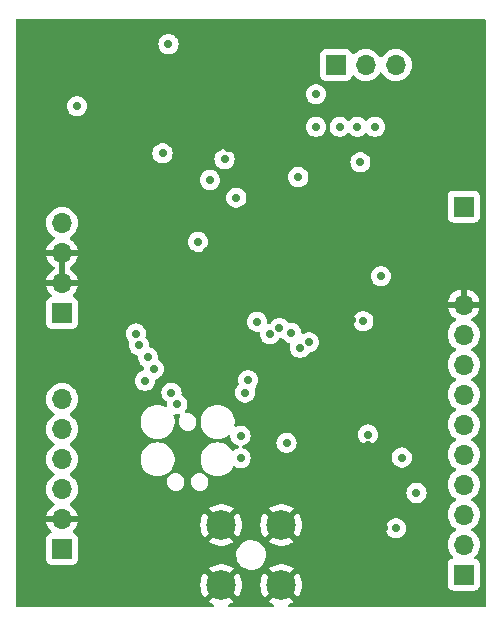
<source format=gbr>
%TF.GenerationSoftware,KiCad,Pcbnew,7.0.9+1*%
%TF.CreationDate,2024-01-05T17:55:25+01:00*%
%TF.ProjectId,sensor,73656e73-6f72-42e6-9b69-6361645f7063,rev?*%
%TF.SameCoordinates,Original*%
%TF.FileFunction,Copper,L3,Inr*%
%TF.FilePolarity,Positive*%
%FSLAX46Y46*%
G04 Gerber Fmt 4.6, Leading zero omitted, Abs format (unit mm)*
G04 Created by KiCad (PCBNEW 7.0.9+1) date 2024-01-05 17:55:25*
%MOMM*%
%LPD*%
G01*
G04 APERTURE LIST*
%TA.AperFunction,ComponentPad*%
%ADD10C,0.800000*%
%TD*%
%TA.AperFunction,ComponentPad*%
%ADD11C,2.500000*%
%TD*%
%TA.AperFunction,ComponentPad*%
%ADD12R,1.700000X1.700000*%
%TD*%
%TA.AperFunction,ComponentPad*%
%ADD13O,1.700000X1.700000*%
%TD*%
%TA.AperFunction,ViaPad*%
%ADD14C,0.700000*%
%TD*%
G04 APERTURE END LIST*
D10*
%TO.N,GND*%
%TO.C,U601*%
X137500000Y-90500000D03*
X136000000Y-90500000D03*
X134500000Y-90500000D03*
X137500000Y-92000000D03*
X136000000Y-92000000D03*
X134500000Y-92000000D03*
X137500000Y-93500000D03*
X136000000Y-93500000D03*
X134500000Y-93500000D03*
%TD*%
D11*
%TO.N,GND*%
%TO.C,J101*%
X134540000Y-108040000D03*
X134540000Y-102960000D03*
X129460000Y-108040000D03*
X129460000Y-102960000D03*
%TD*%
D12*
%TO.N,/Microcontroller/LDO_{EN}*%
%TO.C,J202*%
X116000000Y-105000000D03*
D13*
%TO.N,GND*%
X116000000Y-102460000D03*
%TO.N,/P_{IN}/HBO-MCU*%
X116000000Y-99920000D03*
%TO.N,/P_{IN}/EH-ON*%
X116000000Y-97380000D03*
%TO.N,/P_{IN}/PWG-Vout*%
X116000000Y-94840000D03*
%TO.N,/P_{IN}/PWG-LDO*%
X116000000Y-92300000D03*
%TD*%
D12*
%TO.N,/Microcontroller/V_{DD}*%
%TO.C,J201*%
X116000000Y-85000000D03*
D13*
%TO.N,GND*%
X116000000Y-82460000D03*
X116000000Y-79920000D03*
%TO.N,/P_{IN}/LDO_{OUT}*%
X116000000Y-77380000D03*
%TD*%
D12*
%TO.N,Net-(J503-Pin_1)*%
%TO.C,J503*%
X150000000Y-76000000D03*
%TD*%
%TO.N,Net-(J402-Pin_1)*%
%TO.C,Q402*%
X139170000Y-64000000D03*
D13*
%TO.N,Net-(J401-Pin_1)*%
X141710000Y-64000000D03*
%TO.N,/Filter/In*%
X144250000Y-64000000D03*
%TD*%
D12*
%TO.N,/Microcontroller/V_{DD}*%
%TO.C,J602*%
X150000000Y-107160000D03*
D13*
%TO.N,/Microcontroller/io_p024*%
X150000000Y-104620000D03*
%TO.N,/Microcontroller/io_p025*%
X150000000Y-102080000D03*
%TO.N,/Microcontroller/io_p026*%
X150000000Y-99540000D03*
%TO.N,/Microcontroller/io_p027*%
X150000000Y-97000000D03*
%TO.N,/Microcontroller/io_p028*%
X150000000Y-94460000D03*
%TO.N,/Microcontroller/io_p029*%
X150000000Y-91920000D03*
%TO.N,/Microcontroller/io_p030*%
X150000000Y-89380000D03*
%TO.N,/Microcontroller/io_p031*%
X150000000Y-86840000D03*
%TO.N,GND*%
X150000000Y-84300000D03*
%TD*%
D14*
%TO.N,GND*%
X113500000Y-109250000D03*
X115000000Y-109250000D03*
X116250000Y-109250000D03*
X127000000Y-108250000D03*
X127000000Y-107000000D03*
X127000000Y-105750000D03*
X134250000Y-97500000D03*
X133500000Y-98500000D03*
X128250000Y-100750000D03*
X148000000Y-103250000D03*
X147500000Y-100250000D03*
X146500000Y-86750000D03*
X145000000Y-85500000D03*
X114500000Y-63000000D03*
X114250000Y-66000000D03*
X113750000Y-68250000D03*
X113500000Y-70750000D03*
X114500000Y-72250000D03*
X114500000Y-74500000D03*
X120000000Y-73750000D03*
X139250000Y-73250000D03*
X138250000Y-74750000D03*
X147250000Y-76750000D03*
X147250000Y-75000000D03*
X113250000Y-81250000D03*
X114500000Y-81250000D03*
X117250000Y-81000000D03*
X118250000Y-80250000D03*
X121500000Y-80250000D03*
X123500000Y-80000000D03*
X124500000Y-80000000D03*
X125750000Y-80000000D03*
X127000000Y-80000000D03*
X128250000Y-79750000D03*
X130000000Y-79000000D03*
X132500000Y-78000000D03*
X134000000Y-78750000D03*
X136750000Y-80750000D03*
X138250000Y-80750000D03*
X139750000Y-80750000D03*
X141250000Y-80750000D03*
X141250000Y-82000000D03*
X142750000Y-83500000D03*
X144000000Y-83250000D03*
X145500000Y-82500000D03*
X146500000Y-81250000D03*
X147000000Y-79750000D03*
X147750000Y-78250000D03*
X149250000Y-78250000D03*
X151000000Y-79750000D03*
X151000000Y-78250000D03*
X151000000Y-73500000D03*
X151000000Y-71500000D03*
X151000000Y-70000000D03*
X151000000Y-68250000D03*
X151000000Y-66250000D03*
X151000000Y-64500000D03*
X151000000Y-62750000D03*
X151000000Y-61000000D03*
X149500000Y-61000000D03*
X147750000Y-61000000D03*
X146000000Y-61000000D03*
X144250000Y-61000000D03*
X142500000Y-61000000D03*
X140750000Y-61000000D03*
X139000000Y-61000000D03*
X137250000Y-61000000D03*
X135500000Y-61000000D03*
X137000000Y-108750000D03*
X137000000Y-107250000D03*
X137000000Y-106000000D03*
X137000000Y-104500000D03*
X137000000Y-103000000D03*
X137000000Y-101500000D03*
X137000000Y-100250000D03*
X132500000Y-99250000D03*
X131750000Y-100000000D03*
X130750000Y-100750000D03*
X129500000Y-100750000D03*
X127000000Y-102000000D03*
X127000000Y-103250000D03*
X127000000Y-104500000D03*
X127000000Y-109250000D03*
X125500000Y-109250000D03*
X124000000Y-109250000D03*
X122500000Y-109250000D03*
X121000000Y-109250000D03*
X119250000Y-109250000D03*
X117750000Y-109250000D03*
X119750000Y-99250000D03*
X119750000Y-97250000D03*
X119750000Y-95250000D03*
X122500000Y-80250000D03*
X122250000Y-82500000D03*
X122500000Y-84500000D03*
X131750000Y-81500000D03*
X131500000Y-78750000D03*
X126000000Y-77750000D03*
X135500000Y-80500000D03*
X135500000Y-79000000D03*
X147500000Y-84750000D03*
X147750000Y-82500000D03*
X150000000Y-79750000D03*
X143250000Y-75000000D03*
X140500000Y-75000000D03*
X117750000Y-73750000D03*
X117750000Y-71500000D03*
X121250000Y-71500000D03*
X121250000Y-69000000D03*
X117750000Y-69000000D03*
%TO.N,/P_{IN}/HBO-MCU*%
X122250000Y-86750000D03*
%TO.N,/P_{IN}/EH-ON*%
X122500000Y-87750000D03*
%TO.N,/P_{IN}/PWG-LDO*%
X123250000Y-88750000D03*
%TO.N,/P_{IN}/PWG-Vout*%
X123750000Y-89750000D03*
%TO.N,GND*%
X138000000Y-108000000D03*
X138000000Y-106000000D03*
%TO.N,/Microcontroller/io_p025*%
X144250000Y-103250000D03*
X146000000Y-100250000D03*
%TO.N,/Microcontroller/V_{DD}*%
X125750000Y-92750000D03*
%TO.N,GND*%
X127000000Y-100750000D03*
X132500000Y-83500000D03*
X143250000Y-98500000D03*
X124750000Y-61000000D03*
X132250000Y-87798911D03*
X116750000Y-62500000D03*
X140300000Y-101200000D03*
X143100000Y-88400000D03*
X130000000Y-65000000D03*
X140300000Y-100000000D03*
X140500000Y-85600000D03*
X143800000Y-87100000D03*
X146250000Y-66000000D03*
X116750000Y-65000000D03*
X132625000Y-62125000D03*
X125000000Y-85250000D03*
X116750000Y-61250000D03*
X138500000Y-82500000D03*
X143250000Y-103250000D03*
X122750000Y-71000000D03*
X138900000Y-99600000D03*
X136600000Y-98200000D03*
X125000000Y-84000000D03*
X137000000Y-99000000D03*
X116750000Y-66250000D03*
X134250000Y-70000000D03*
X128250000Y-71500000D03*
X130000000Y-71000000D03*
X137500000Y-79000000D03*
X146000000Y-88500000D03*
X141900000Y-96200000D03*
X116750000Y-63750000D03*
X132750000Y-63000000D03*
X143100000Y-96400000D03*
X150250000Y-72500000D03*
X146000000Y-70500000D03*
%TO.N,Net-(J401-Pin_1)*%
X142500000Y-69250000D03*
X124500000Y-71500000D03*
%TO.N,/P_{IN}/LDO_{OUT}*%
X117250000Y-67500000D03*
X136000000Y-73500000D03*
X128500000Y-73750000D03*
X125000000Y-62250000D03*
%TO.N,/Microcontroller/V_{DD}*%
X141500000Y-85700000D03*
X131500000Y-91750000D03*
X125250000Y-91750000D03*
X141900000Y-95300000D03*
%TO.N,/P_{IN}/PWG-LDO*%
X132500000Y-85750000D03*
%TO.N,/P_{IN}/PWG-Vout*%
X133600000Y-86800000D03*
%TO.N,/P_{IN}/EH-ON*%
X134400000Y-86300000D03*
%TO.N,/P_{IN}/HBO-MCU*%
X135400000Y-86700000D03*
%TO.N,/Microcontroller/LDO_{EN}*%
X123000000Y-90750000D03*
X131750000Y-90700000D03*
%TO.N,/Filter/Out*%
X143000000Y-81900000D03*
X136900500Y-87500000D03*
%TO.N,/Microcontroller/V_{ref}*%
X136128979Y-87962451D03*
%TO.N,/Microcontroller/io_p024*%
X144750000Y-97250000D03*
X135000000Y-96000000D03*
%TO.N,/Microcontroller/swd_clk*%
X131100000Y-97300000D03*
X131100000Y-95400000D03*
%TO.N,/Reference/ref_1v1*%
X127500000Y-79000000D03*
%TO.N,/Reference/ref_0v5*%
X130750000Y-75250000D03*
%TO.N,Net-(JP402-A)*%
X141250000Y-72250000D03*
%TO.N,Net-(JP403-A)*%
X137500000Y-66500000D03*
X141000000Y-69250000D03*
X139500000Y-69250000D03*
%TO.N,Net-(J402-Pin_1)*%
X129750000Y-72000000D03*
X137500000Y-69250000D03*
%TD*%
%TA.AperFunction,Conductor*%
%TO.N,GND*%
G36*
X135437120Y-88465116D02*
G01*
X135478791Y-88511397D01*
X135556743Y-88597972D01*
X135556746Y-88597974D01*
X135556749Y-88597977D01*
X135701386Y-88703063D01*
X135864712Y-88775780D01*
X136039588Y-88812951D01*
X136039589Y-88812951D01*
X136218368Y-88812951D01*
X136218370Y-88812951D01*
X136393246Y-88775780D01*
X136556572Y-88703063D01*
X136701209Y-88597977D01*
X136820838Y-88465116D01*
X136858433Y-88400000D01*
X139600000Y-88400000D01*
X139600000Y-95600000D01*
X135751133Y-95600000D01*
X135691859Y-95497335D01*
X135645003Y-95445296D01*
X135572235Y-95364478D01*
X135572232Y-95364476D01*
X135572231Y-95364475D01*
X135572230Y-95364474D01*
X135427593Y-95259388D01*
X135264267Y-95186671D01*
X135264265Y-95186670D01*
X135136594Y-95159533D01*
X135089391Y-95149500D01*
X134910609Y-95149500D01*
X134879954Y-95156015D01*
X134735733Y-95186670D01*
X134735728Y-95186672D01*
X134572408Y-95259387D01*
X134427768Y-95364475D01*
X134308140Y-95497336D01*
X134248867Y-95600000D01*
X132400000Y-95600000D01*
X132400000Y-91249153D01*
X132441859Y-91202665D01*
X132531250Y-91047835D01*
X132586497Y-90877803D01*
X132605185Y-90700000D01*
X132586497Y-90522197D01*
X132531250Y-90352165D01*
X132441859Y-90197335D01*
X132400000Y-90150846D01*
X132400000Y-88400000D01*
X135399525Y-88400000D01*
X135437120Y-88465116D01*
G37*
%TD.AperFunction*%
%TD*%
%TA.AperFunction,Conductor*%
%TO.N,GND*%
G36*
X116250000Y-82024498D02*
G01*
X116142315Y-81975320D01*
X116035763Y-81960000D01*
X115964237Y-81960000D01*
X115857685Y-81975320D01*
X115750000Y-82024498D01*
X115750000Y-80355501D01*
X115857685Y-80404680D01*
X115964237Y-80420000D01*
X116035763Y-80420000D01*
X116142315Y-80404680D01*
X116250000Y-80355501D01*
X116250000Y-82024498D01*
G37*
%TD.AperFunction*%
%TA.AperFunction,Conductor*%
G36*
X151842539Y-60120185D02*
G01*
X151888294Y-60172989D01*
X151899500Y-60224500D01*
X151899500Y-109775500D01*
X151879815Y-109842539D01*
X151827011Y-109888294D01*
X151775500Y-109899500D01*
X135255326Y-109899500D01*
X135188287Y-109879815D01*
X135142532Y-109827011D01*
X135132588Y-109757853D01*
X135161613Y-109694297D01*
X135201525Y-109663780D01*
X135417446Y-109559798D01*
X135417456Y-109559791D01*
X135589167Y-109442720D01*
X134938609Y-108792161D01*
X135057431Y-108720669D01*
X135191658Y-108593523D01*
X135294861Y-108441308D01*
X135942124Y-109088571D01*
X135989974Y-109028570D01*
X136121116Y-108801426D01*
X136216941Y-108557270D01*
X136275306Y-108301550D01*
X136275307Y-108301545D01*
X136294907Y-108040004D01*
X136294907Y-108039995D01*
X136275307Y-107778454D01*
X136275306Y-107778449D01*
X136216941Y-107522729D01*
X136121116Y-107278573D01*
X136121117Y-107278573D01*
X135989971Y-107051426D01*
X135942125Y-106991427D01*
X135291232Y-107642319D01*
X135247684Y-107560178D01*
X135127991Y-107419265D01*
X134980805Y-107307377D01*
X134938596Y-107287849D01*
X135589167Y-106637278D01*
X135417447Y-106520202D01*
X135417445Y-106520201D01*
X135181142Y-106406404D01*
X135181144Y-106406404D01*
X134930505Y-106329092D01*
X134930499Y-106329090D01*
X134671151Y-106290000D01*
X134408848Y-106290000D01*
X134149500Y-106329090D01*
X134149494Y-106329092D01*
X133898858Y-106406404D01*
X133898854Y-106406405D01*
X133662550Y-106520204D01*
X133662546Y-106520206D01*
X133490832Y-106637278D01*
X134141391Y-107287837D01*
X134022569Y-107359331D01*
X133888342Y-107486477D01*
X133785138Y-107638692D01*
X133137873Y-106991427D01*
X133090029Y-107051423D01*
X132958883Y-107278573D01*
X132863058Y-107522729D01*
X132804693Y-107778449D01*
X132804692Y-107778454D01*
X132785093Y-108039995D01*
X132785093Y-108040004D01*
X132804692Y-108301545D01*
X132804693Y-108301550D01*
X132863058Y-108557270D01*
X132958883Y-108801426D01*
X132958882Y-108801426D01*
X133090030Y-109028577D01*
X133137873Y-109088571D01*
X133137874Y-109088571D01*
X133788766Y-108437679D01*
X133832316Y-108519822D01*
X133952009Y-108660735D01*
X134099195Y-108772623D01*
X134141402Y-108792150D01*
X133490831Y-109442720D01*
X133662546Y-109559793D01*
X133662550Y-109559795D01*
X133878475Y-109663780D01*
X133930334Y-109710603D01*
X133948647Y-109778030D01*
X133927599Y-109844654D01*
X133873873Y-109889322D01*
X133824673Y-109899500D01*
X130175326Y-109899500D01*
X130108287Y-109879815D01*
X130062532Y-109827011D01*
X130052588Y-109757853D01*
X130081613Y-109694297D01*
X130121525Y-109663780D01*
X130337446Y-109559798D01*
X130337456Y-109559791D01*
X130509167Y-109442720D01*
X129858609Y-108792161D01*
X129977431Y-108720669D01*
X130111658Y-108593523D01*
X130214861Y-108441308D01*
X130862124Y-109088571D01*
X130909974Y-109028570D01*
X131041116Y-108801426D01*
X131136941Y-108557270D01*
X131195306Y-108301550D01*
X131195307Y-108301545D01*
X131214907Y-108040004D01*
X131214907Y-108039995D01*
X131195307Y-107778454D01*
X131195306Y-107778449D01*
X131136941Y-107522729D01*
X131041116Y-107278573D01*
X131041117Y-107278573D01*
X130909971Y-107051426D01*
X130862125Y-106991427D01*
X130211232Y-107642319D01*
X130167684Y-107560178D01*
X130047991Y-107419265D01*
X129900805Y-107307377D01*
X129858596Y-107287849D01*
X130509167Y-106637278D01*
X130337447Y-106520202D01*
X130337445Y-106520201D01*
X130101142Y-106406404D01*
X130101144Y-106406404D01*
X129850505Y-106329092D01*
X129850499Y-106329090D01*
X129591151Y-106290000D01*
X129328848Y-106290000D01*
X129069500Y-106329090D01*
X129069494Y-106329092D01*
X128818858Y-106406404D01*
X128818854Y-106406405D01*
X128582550Y-106520204D01*
X128582546Y-106520206D01*
X128410832Y-106637278D01*
X129061391Y-107287837D01*
X128942569Y-107359331D01*
X128808342Y-107486477D01*
X128705138Y-107638692D01*
X128057873Y-106991427D01*
X128010029Y-107051423D01*
X127878883Y-107278573D01*
X127783058Y-107522729D01*
X127724693Y-107778449D01*
X127724692Y-107778454D01*
X127705093Y-108039995D01*
X127705093Y-108040004D01*
X127724692Y-108301545D01*
X127724693Y-108301550D01*
X127783058Y-108557270D01*
X127878883Y-108801426D01*
X127878882Y-108801426D01*
X128010030Y-109028577D01*
X128057873Y-109088571D01*
X128057874Y-109088571D01*
X128708766Y-108437679D01*
X128752316Y-108519822D01*
X128872009Y-108660735D01*
X129019195Y-108772623D01*
X129061402Y-108792150D01*
X128410831Y-109442720D01*
X128582546Y-109559793D01*
X128582550Y-109559795D01*
X128798475Y-109663780D01*
X128850334Y-109710603D01*
X128868647Y-109778030D01*
X128847599Y-109844654D01*
X128793873Y-109889322D01*
X128744673Y-109899500D01*
X112224500Y-109899500D01*
X112157461Y-109879815D01*
X112111706Y-109827011D01*
X112100500Y-109775500D01*
X112100500Y-99920000D01*
X114644341Y-99920000D01*
X114664936Y-100155403D01*
X114664938Y-100155413D01*
X114726094Y-100383655D01*
X114726096Y-100383659D01*
X114726097Y-100383663D01*
X114739032Y-100411402D01*
X114825965Y-100597830D01*
X114825967Y-100597834D01*
X114915112Y-100725145D01*
X114961505Y-100791401D01*
X115128599Y-100958495D01*
X115278317Y-101063329D01*
X115314594Y-101088730D01*
X115358219Y-101143307D01*
X115365413Y-101212805D01*
X115333890Y-101275160D01*
X115314595Y-101291880D01*
X115128922Y-101421890D01*
X115128920Y-101421891D01*
X114961891Y-101588920D01*
X114961886Y-101588926D01*
X114826400Y-101782420D01*
X114826399Y-101782422D01*
X114726570Y-101996507D01*
X114726567Y-101996513D01*
X114669364Y-102209999D01*
X114669364Y-102210000D01*
X115566314Y-102210000D01*
X115540507Y-102250156D01*
X115500000Y-102388111D01*
X115500000Y-102531889D01*
X115540507Y-102669844D01*
X115566314Y-102710000D01*
X114669364Y-102710000D01*
X114726567Y-102923486D01*
X114726570Y-102923492D01*
X114826399Y-103137578D01*
X114961894Y-103331082D01*
X115083946Y-103453134D01*
X115117431Y-103514457D01*
X115112447Y-103584149D01*
X115070575Y-103640082D01*
X115039598Y-103656997D01*
X114907671Y-103706202D01*
X114907664Y-103706206D01*
X114792455Y-103792452D01*
X114792452Y-103792455D01*
X114706206Y-103907664D01*
X114706202Y-103907671D01*
X114655908Y-104042517D01*
X114653671Y-104063329D01*
X114649501Y-104102123D01*
X114649500Y-104102135D01*
X114649500Y-105897870D01*
X114649501Y-105897876D01*
X114655908Y-105957483D01*
X114706202Y-106092328D01*
X114706206Y-106092335D01*
X114792452Y-106207544D01*
X114792455Y-106207547D01*
X114907664Y-106293793D01*
X114907671Y-106293797D01*
X115042517Y-106344091D01*
X115042516Y-106344091D01*
X115049444Y-106344835D01*
X115102127Y-106350500D01*
X116897872Y-106350499D01*
X116957483Y-106344091D01*
X117092331Y-106293796D01*
X117207546Y-106207546D01*
X117293796Y-106092331D01*
X117344091Y-105957483D01*
X117350500Y-105897873D01*
X117350500Y-105556330D01*
X130745710Y-105556330D01*
X130775925Y-105779387D01*
X130775926Y-105779390D01*
X130845483Y-105993465D01*
X130952146Y-106191678D01*
X130952148Y-106191681D01*
X131092489Y-106367663D01*
X131092491Y-106367664D01*
X131092492Y-106367666D01*
X131262004Y-106515765D01*
X131455236Y-106631215D01*
X131665976Y-106710307D01*
X131887450Y-106750500D01*
X131887453Y-106750500D01*
X132056148Y-106750500D01*
X132056155Y-106750500D01*
X132224188Y-106735377D01*
X132224192Y-106735376D01*
X132441160Y-106675496D01*
X132441162Y-106675495D01*
X132441170Y-106675493D01*
X132643973Y-106577829D01*
X132826078Y-106445522D01*
X132981632Y-106282825D01*
X133105635Y-106094968D01*
X133106761Y-106092335D01*
X133194100Y-105887995D01*
X133194099Y-105887995D01*
X133194103Y-105887988D01*
X133244191Y-105668537D01*
X133254290Y-105443670D01*
X133224075Y-105220613D01*
X133154517Y-105006536D01*
X133047852Y-104808319D01*
X132907508Y-104632334D01*
X132737996Y-104484235D01*
X132544764Y-104368785D01*
X132426775Y-104324503D01*
X132334023Y-104289692D01*
X132112550Y-104249500D01*
X132112547Y-104249500D01*
X131943845Y-104249500D01*
X131905399Y-104252960D01*
X131775813Y-104264622D01*
X131775807Y-104264623D01*
X131558839Y-104324503D01*
X131558826Y-104324508D01*
X131356033Y-104422167D01*
X131356025Y-104422171D01*
X131173927Y-104554473D01*
X131173925Y-104554474D01*
X131018366Y-104717176D01*
X130894363Y-104905033D01*
X130805899Y-105112004D01*
X130805895Y-105112017D01*
X130755810Y-105331457D01*
X130755808Y-105331468D01*
X130750769Y-105443674D01*
X130745710Y-105556330D01*
X117350500Y-105556330D01*
X117350499Y-104102128D01*
X117344091Y-104042517D01*
X117306664Y-103942171D01*
X117293797Y-103907671D01*
X117293793Y-103907664D01*
X117207547Y-103792455D01*
X117207544Y-103792452D01*
X117092335Y-103706206D01*
X117092328Y-103706202D01*
X116960401Y-103656997D01*
X116904467Y-103615126D01*
X116880050Y-103549662D01*
X116894902Y-103481389D01*
X116916053Y-103453133D01*
X117038108Y-103331078D01*
X117173600Y-103137578D01*
X117256403Y-102960004D01*
X127705093Y-102960004D01*
X127724692Y-103221545D01*
X127724693Y-103221550D01*
X127783058Y-103477270D01*
X127878883Y-103721426D01*
X127878882Y-103721426D01*
X128010030Y-103948577D01*
X128057873Y-104008571D01*
X128057874Y-104008571D01*
X128708766Y-103357679D01*
X128752316Y-103439822D01*
X128872009Y-103580735D01*
X129019195Y-103692623D01*
X129061402Y-103712150D01*
X128410831Y-104362720D01*
X128582546Y-104479793D01*
X128582550Y-104479795D01*
X128818854Y-104593594D01*
X128818858Y-104593595D01*
X129069494Y-104670907D01*
X129069500Y-104670909D01*
X129328848Y-104709999D01*
X129328857Y-104710000D01*
X129591143Y-104710000D01*
X129591151Y-104709999D01*
X129850499Y-104670909D01*
X129850505Y-104670907D01*
X130101143Y-104593595D01*
X130337445Y-104479798D01*
X130337456Y-104479791D01*
X130509167Y-104362720D01*
X129858609Y-103712161D01*
X129977431Y-103640669D01*
X130111658Y-103513523D01*
X130214861Y-103361308D01*
X130862124Y-104008571D01*
X130909974Y-103948570D01*
X131041116Y-103721426D01*
X131136941Y-103477270D01*
X131195306Y-103221550D01*
X131195307Y-103221545D01*
X131214907Y-102960004D01*
X132785093Y-102960004D01*
X132804692Y-103221545D01*
X132804693Y-103221550D01*
X132863058Y-103477270D01*
X132958883Y-103721426D01*
X132958882Y-103721426D01*
X133090030Y-103948577D01*
X133137873Y-104008571D01*
X133137874Y-104008571D01*
X133788766Y-103357679D01*
X133832316Y-103439822D01*
X133952009Y-103580735D01*
X134099195Y-103692623D01*
X134141402Y-103712150D01*
X133490831Y-104362720D01*
X133662546Y-104479793D01*
X133662550Y-104479795D01*
X133898854Y-104593594D01*
X133898858Y-104593595D01*
X134149494Y-104670907D01*
X134149500Y-104670909D01*
X134408848Y-104709999D01*
X134408857Y-104710000D01*
X134671143Y-104710000D01*
X134671151Y-104709999D01*
X134930499Y-104670909D01*
X134930505Y-104670907D01*
X135095541Y-104620000D01*
X148644341Y-104620000D01*
X148664936Y-104855403D01*
X148664938Y-104855413D01*
X148726094Y-105083655D01*
X148726096Y-105083659D01*
X148726097Y-105083663D01*
X148739319Y-105112017D01*
X148825965Y-105297830D01*
X148825967Y-105297834D01*
X148928083Y-105443670D01*
X148961501Y-105491396D01*
X148961506Y-105491402D01*
X149083430Y-105613326D01*
X149116915Y-105674649D01*
X149111931Y-105744341D01*
X149070059Y-105800274D01*
X149039083Y-105817189D01*
X148907669Y-105866203D01*
X148907664Y-105866206D01*
X148792455Y-105952452D01*
X148792452Y-105952455D01*
X148706206Y-106067664D01*
X148706202Y-106067671D01*
X148655908Y-106202517D01*
X148649501Y-106262116D01*
X148649501Y-106262123D01*
X148649500Y-106262135D01*
X148649500Y-108057870D01*
X148649501Y-108057876D01*
X148655908Y-108117483D01*
X148706202Y-108252328D01*
X148706206Y-108252335D01*
X148792452Y-108367544D01*
X148792455Y-108367547D01*
X148907664Y-108453793D01*
X148907671Y-108453797D01*
X149042517Y-108504091D01*
X149042516Y-108504091D01*
X149049444Y-108504835D01*
X149102127Y-108510500D01*
X150897872Y-108510499D01*
X150957483Y-108504091D01*
X151092331Y-108453796D01*
X151207546Y-108367546D01*
X151293796Y-108252331D01*
X151344091Y-108117483D01*
X151350500Y-108057873D01*
X151350499Y-106262128D01*
X151344091Y-106202517D01*
X151340049Y-106191681D01*
X151293797Y-106067671D01*
X151293793Y-106067664D01*
X151207547Y-105952455D01*
X151207544Y-105952452D01*
X151092335Y-105866206D01*
X151092328Y-105866202D01*
X150960917Y-105817189D01*
X150904983Y-105775318D01*
X150880566Y-105709853D01*
X150895418Y-105641580D01*
X150916563Y-105613332D01*
X151038495Y-105491401D01*
X151174035Y-105297830D01*
X151273903Y-105083663D01*
X151335063Y-104855408D01*
X151355659Y-104620000D01*
X151335063Y-104384592D01*
X151273903Y-104156337D01*
X151174035Y-103942171D01*
X151134369Y-103885521D01*
X151038494Y-103748597D01*
X150871402Y-103581506D01*
X150871396Y-103581501D01*
X150685842Y-103451575D01*
X150642217Y-103396998D01*
X150635023Y-103327500D01*
X150666546Y-103265145D01*
X150685842Y-103248425D01*
X150771081Y-103188740D01*
X150871401Y-103118495D01*
X151038495Y-102951401D01*
X151174035Y-102757830D01*
X151273903Y-102543663D01*
X151335063Y-102315408D01*
X151355659Y-102080000D01*
X151335063Y-101844592D01*
X151273903Y-101616337D01*
X151174035Y-101402171D01*
X151120984Y-101326405D01*
X151038494Y-101208597D01*
X150871402Y-101041506D01*
X150871396Y-101041501D01*
X150685842Y-100911575D01*
X150642217Y-100856998D01*
X150635023Y-100787500D01*
X150666546Y-100725145D01*
X150685842Y-100708425D01*
X150708026Y-100692891D01*
X150871401Y-100578495D01*
X151038495Y-100411401D01*
X151174035Y-100217830D01*
X151273903Y-100003663D01*
X151335063Y-99775408D01*
X151355659Y-99540000D01*
X151335063Y-99304592D01*
X151273903Y-99076337D01*
X151174035Y-98862171D01*
X151173642Y-98861609D01*
X151038494Y-98668597D01*
X150871402Y-98501506D01*
X150871396Y-98501501D01*
X150685842Y-98371575D01*
X150642217Y-98316998D01*
X150635023Y-98247500D01*
X150666546Y-98185145D01*
X150685842Y-98168425D01*
X150764527Y-98113329D01*
X150871401Y-98038495D01*
X151038495Y-97871401D01*
X151174035Y-97677830D01*
X151273903Y-97463663D01*
X151335063Y-97235408D01*
X151355659Y-97000000D01*
X151335063Y-96764592D01*
X151273903Y-96536337D01*
X151174035Y-96322171D01*
X151163567Y-96307220D01*
X151038494Y-96128597D01*
X150871402Y-95961506D01*
X150871396Y-95961501D01*
X150685842Y-95831575D01*
X150642217Y-95776998D01*
X150635023Y-95707500D01*
X150666546Y-95645145D01*
X150685842Y-95628425D01*
X150708026Y-95612891D01*
X150871401Y-95498495D01*
X151038495Y-95331401D01*
X151174035Y-95137830D01*
X151273903Y-94923663D01*
X151335063Y-94695408D01*
X151355659Y-94460000D01*
X151335063Y-94224592D01*
X151273903Y-93996337D01*
X151174035Y-93782171D01*
X151126804Y-93714717D01*
X151038494Y-93588597D01*
X150871402Y-93421506D01*
X150871396Y-93421501D01*
X150685842Y-93291575D01*
X150642217Y-93236998D01*
X150635023Y-93167500D01*
X150666546Y-93105145D01*
X150685842Y-93088425D01*
X150718872Y-93065297D01*
X150871401Y-92958495D01*
X151038495Y-92791401D01*
X151174035Y-92597830D01*
X151273903Y-92383663D01*
X151335063Y-92155408D01*
X151355659Y-91920000D01*
X151335063Y-91684592D01*
X151273903Y-91456337D01*
X151174035Y-91242171D01*
X151146370Y-91202660D01*
X151038494Y-91048597D01*
X150871402Y-90881506D01*
X150871396Y-90881501D01*
X150685842Y-90751575D01*
X150642217Y-90696998D01*
X150635023Y-90627500D01*
X150666546Y-90565145D01*
X150685842Y-90548425D01*
X150820193Y-90454351D01*
X150871401Y-90418495D01*
X151038495Y-90251401D01*
X151174035Y-90057830D01*
X151273903Y-89843663D01*
X151335063Y-89615408D01*
X151355659Y-89380000D01*
X151335063Y-89144592D01*
X151273903Y-88916337D01*
X151174035Y-88702171D01*
X151152646Y-88671623D01*
X151038494Y-88508597D01*
X150871402Y-88341506D01*
X150871396Y-88341501D01*
X150685842Y-88211575D01*
X150642217Y-88156998D01*
X150635023Y-88087500D01*
X150666546Y-88025145D01*
X150685842Y-88008425D01*
X150708026Y-87992891D01*
X150871401Y-87878495D01*
X151038495Y-87711401D01*
X151174035Y-87517830D01*
X151273903Y-87303663D01*
X151335063Y-87075408D01*
X151355659Y-86840000D01*
X151335063Y-86604592D01*
X151273903Y-86376337D01*
X151174035Y-86162171D01*
X151140641Y-86114478D01*
X151038494Y-85968597D01*
X150871402Y-85801506D01*
X150871401Y-85801505D01*
X150685405Y-85671269D01*
X150641781Y-85616692D01*
X150634588Y-85547193D01*
X150666110Y-85484839D01*
X150685405Y-85468119D01*
X150871082Y-85338105D01*
X151038105Y-85171082D01*
X151173600Y-84977578D01*
X151273429Y-84763492D01*
X151273432Y-84763486D01*
X151330636Y-84550000D01*
X150433686Y-84550000D01*
X150459493Y-84509844D01*
X150500000Y-84371889D01*
X150500000Y-84228111D01*
X150459493Y-84090156D01*
X150433686Y-84050000D01*
X151330636Y-84050000D01*
X151330635Y-84049999D01*
X151273432Y-83836513D01*
X151273429Y-83836507D01*
X151173600Y-83622422D01*
X151173599Y-83622420D01*
X151038113Y-83428926D01*
X151038108Y-83428920D01*
X150871082Y-83261894D01*
X150677578Y-83126399D01*
X150463492Y-83026570D01*
X150463486Y-83026567D01*
X150250000Y-82969364D01*
X150250000Y-83864498D01*
X150142315Y-83815320D01*
X150035763Y-83800000D01*
X149964237Y-83800000D01*
X149857685Y-83815320D01*
X149750000Y-83864498D01*
X149750000Y-82969364D01*
X149749999Y-82969364D01*
X149536513Y-83026567D01*
X149536507Y-83026570D01*
X149322422Y-83126399D01*
X149322420Y-83126400D01*
X149128926Y-83261886D01*
X149128920Y-83261891D01*
X148961891Y-83428920D01*
X148961886Y-83428926D01*
X148826400Y-83622420D01*
X148826399Y-83622422D01*
X148726570Y-83836507D01*
X148726567Y-83836513D01*
X148669364Y-84049999D01*
X148669364Y-84050000D01*
X149566314Y-84050000D01*
X149540507Y-84090156D01*
X149500000Y-84228111D01*
X149500000Y-84371889D01*
X149540507Y-84509844D01*
X149566314Y-84550000D01*
X148669364Y-84550000D01*
X148726567Y-84763486D01*
X148726570Y-84763492D01*
X148826399Y-84977578D01*
X148961894Y-85171082D01*
X149128917Y-85338105D01*
X149314595Y-85468119D01*
X149358219Y-85522696D01*
X149365412Y-85592195D01*
X149333890Y-85654549D01*
X149314595Y-85671269D01*
X149128594Y-85801508D01*
X148961505Y-85968597D01*
X148825965Y-86162169D01*
X148825964Y-86162171D01*
X148726098Y-86376335D01*
X148726094Y-86376344D01*
X148664938Y-86604586D01*
X148664936Y-86604596D01*
X148644341Y-86839999D01*
X148644341Y-86840000D01*
X148664936Y-87075403D01*
X148664938Y-87075413D01*
X148726094Y-87303655D01*
X148726096Y-87303659D01*
X148726097Y-87303663D01*
X148786487Y-87433170D01*
X148825965Y-87517830D01*
X148825967Y-87517834D01*
X148961501Y-87711395D01*
X148961506Y-87711402D01*
X149128597Y-87878493D01*
X149128603Y-87878498D01*
X149314158Y-88008425D01*
X149357783Y-88063002D01*
X149364977Y-88132500D01*
X149333454Y-88194855D01*
X149314158Y-88211575D01*
X149128597Y-88341505D01*
X148961505Y-88508597D01*
X148825965Y-88702169D01*
X148825964Y-88702171D01*
X148726098Y-88916335D01*
X148726094Y-88916344D01*
X148664938Y-89144586D01*
X148664936Y-89144596D01*
X148644341Y-89379999D01*
X148644341Y-89380000D01*
X148664936Y-89615403D01*
X148664938Y-89615413D01*
X148726094Y-89843655D01*
X148726096Y-89843659D01*
X148726097Y-89843663D01*
X148769468Y-89936672D01*
X148825965Y-90057830D01*
X148825967Y-90057834D01*
X148961501Y-90251395D01*
X148961506Y-90251402D01*
X149128597Y-90418493D01*
X149128603Y-90418498D01*
X149314158Y-90548425D01*
X149357783Y-90603002D01*
X149364977Y-90672500D01*
X149333454Y-90734855D01*
X149314158Y-90751575D01*
X149128597Y-90881505D01*
X148961505Y-91048597D01*
X148825965Y-91242169D01*
X148825964Y-91242171D01*
X148726098Y-91456335D01*
X148726094Y-91456344D01*
X148664938Y-91684586D01*
X148664936Y-91684596D01*
X148644341Y-91919999D01*
X148644341Y-91920000D01*
X148664936Y-92155403D01*
X148664938Y-92155413D01*
X148726094Y-92383655D01*
X148726096Y-92383659D01*
X148726097Y-92383663D01*
X148797299Y-92536355D01*
X148825965Y-92597830D01*
X148825967Y-92597834D01*
X148961501Y-92791395D01*
X148961506Y-92791402D01*
X149128597Y-92958493D01*
X149128603Y-92958498D01*
X149314158Y-93088425D01*
X149357783Y-93143002D01*
X149364977Y-93212500D01*
X149333454Y-93274855D01*
X149314158Y-93291575D01*
X149128597Y-93421505D01*
X148961505Y-93588597D01*
X148825965Y-93782169D01*
X148825964Y-93782171D01*
X148726098Y-93996335D01*
X148726094Y-93996344D01*
X148664938Y-94224586D01*
X148664936Y-94224596D01*
X148644341Y-94459999D01*
X148644341Y-94460000D01*
X148664936Y-94695403D01*
X148664938Y-94695413D01*
X148726094Y-94923655D01*
X148726096Y-94923659D01*
X148726097Y-94923663D01*
X148805050Y-95092978D01*
X148825965Y-95137830D01*
X148825967Y-95137834D01*
X148961501Y-95331395D01*
X148961506Y-95331402D01*
X149128597Y-95498493D01*
X149128603Y-95498498D01*
X149314158Y-95628425D01*
X149357783Y-95683002D01*
X149364977Y-95752500D01*
X149333454Y-95814855D01*
X149314158Y-95831575D01*
X149128597Y-95961505D01*
X148961505Y-96128597D01*
X148825965Y-96322169D01*
X148825964Y-96322171D01*
X148726098Y-96536335D01*
X148726094Y-96536344D01*
X148664938Y-96764586D01*
X148664936Y-96764596D01*
X148644341Y-96999999D01*
X148644341Y-97000000D01*
X148664936Y-97235403D01*
X148664938Y-97235413D01*
X148726094Y-97463655D01*
X148726096Y-97463659D01*
X148726097Y-97463663D01*
X148811975Y-97647829D01*
X148825965Y-97677830D01*
X148825967Y-97677834D01*
X148961501Y-97871395D01*
X148961506Y-97871402D01*
X149128597Y-98038493D01*
X149128603Y-98038498D01*
X149314158Y-98168425D01*
X149357783Y-98223002D01*
X149364977Y-98292500D01*
X149333454Y-98354855D01*
X149314158Y-98371575D01*
X149128597Y-98501505D01*
X148961505Y-98668597D01*
X148825965Y-98862169D01*
X148825964Y-98862171D01*
X148726098Y-99076335D01*
X148726094Y-99076344D01*
X148664938Y-99304586D01*
X148664936Y-99304596D01*
X148644341Y-99539999D01*
X148644341Y-99540000D01*
X148664936Y-99775403D01*
X148664938Y-99775413D01*
X148726094Y-100003655D01*
X148726096Y-100003659D01*
X148726097Y-100003663D01*
X148825965Y-100217830D01*
X148825967Y-100217834D01*
X148961501Y-100411395D01*
X148961506Y-100411402D01*
X149128597Y-100578493D01*
X149128603Y-100578498D01*
X149314158Y-100708425D01*
X149357783Y-100763002D01*
X149364977Y-100832500D01*
X149333454Y-100894855D01*
X149314158Y-100911575D01*
X149128597Y-101041505D01*
X148961505Y-101208597D01*
X148825965Y-101402169D01*
X148825964Y-101402171D01*
X148726098Y-101616335D01*
X148726094Y-101616344D01*
X148664938Y-101844586D01*
X148664936Y-101844596D01*
X148644341Y-102079999D01*
X148644341Y-102080000D01*
X148664936Y-102315403D01*
X148664938Y-102315413D01*
X148726094Y-102543655D01*
X148726096Y-102543659D01*
X148726097Y-102543663D01*
X148813575Y-102731260D01*
X148825965Y-102757830D01*
X148825967Y-102757834D01*
X148961501Y-102951395D01*
X148961506Y-102951402D01*
X149128597Y-103118493D01*
X149128603Y-103118498D01*
X149314158Y-103248425D01*
X149357783Y-103303002D01*
X149364977Y-103372500D01*
X149333454Y-103434855D01*
X149314158Y-103451575D01*
X149128597Y-103581505D01*
X148961505Y-103748597D01*
X148825965Y-103942169D01*
X148825964Y-103942171D01*
X148726098Y-104156335D01*
X148726094Y-104156344D01*
X148664938Y-104384586D01*
X148664936Y-104384596D01*
X148644341Y-104619999D01*
X148644341Y-104620000D01*
X135095541Y-104620000D01*
X135181143Y-104593595D01*
X135417445Y-104479798D01*
X135417456Y-104479791D01*
X135589167Y-104362720D01*
X134938609Y-103712161D01*
X135057431Y-103640669D01*
X135191658Y-103513523D01*
X135294861Y-103361308D01*
X135942124Y-104008571D01*
X135989974Y-103948570D01*
X136121116Y-103721426D01*
X136216941Y-103477270D01*
X136268813Y-103250000D01*
X143394815Y-103250000D01*
X143413503Y-103427805D01*
X143413504Y-103427807D01*
X143468747Y-103597829D01*
X143468750Y-103597835D01*
X143558141Y-103752665D01*
X143593966Y-103792452D01*
X143677764Y-103885521D01*
X143677767Y-103885523D01*
X143677770Y-103885526D01*
X143822407Y-103990612D01*
X143985733Y-104063329D01*
X144160609Y-104100500D01*
X144160610Y-104100500D01*
X144339389Y-104100500D01*
X144339391Y-104100500D01*
X144514267Y-104063329D01*
X144677593Y-103990612D01*
X144822230Y-103885526D01*
X144941859Y-103752665D01*
X145031250Y-103597835D01*
X145086497Y-103427803D01*
X145105185Y-103250000D01*
X145086497Y-103072197D01*
X145031250Y-102902165D01*
X144941859Y-102747335D01*
X144848390Y-102643527D01*
X144822235Y-102614478D01*
X144822232Y-102614476D01*
X144822231Y-102614475D01*
X144822230Y-102614474D01*
X144677593Y-102509388D01*
X144514267Y-102436671D01*
X144514265Y-102436670D01*
X144372215Y-102406477D01*
X144339391Y-102399500D01*
X144160609Y-102399500D01*
X144129954Y-102406015D01*
X143985733Y-102436670D01*
X143985728Y-102436672D01*
X143822408Y-102509387D01*
X143677768Y-102614475D01*
X143558140Y-102747336D01*
X143468750Y-102902164D01*
X143468747Y-102902170D01*
X143413504Y-103072192D01*
X143413503Y-103072194D01*
X143394815Y-103250000D01*
X136268813Y-103250000D01*
X136275306Y-103221550D01*
X136275307Y-103221545D01*
X136294907Y-102960004D01*
X136294907Y-102959995D01*
X136275307Y-102698454D01*
X136275306Y-102698449D01*
X136216941Y-102442729D01*
X136121116Y-102198573D01*
X136121117Y-102198573D01*
X135989971Y-101971426D01*
X135942125Y-101911427D01*
X135291232Y-102562319D01*
X135247684Y-102480178D01*
X135127991Y-102339265D01*
X134980805Y-102227377D01*
X134938596Y-102207849D01*
X135589167Y-101557278D01*
X135417447Y-101440202D01*
X135417445Y-101440201D01*
X135181142Y-101326404D01*
X135181144Y-101326404D01*
X134930505Y-101249092D01*
X134930499Y-101249090D01*
X134671151Y-101210000D01*
X134408848Y-101210000D01*
X134149500Y-101249090D01*
X134149494Y-101249092D01*
X133898858Y-101326404D01*
X133898854Y-101326405D01*
X133662550Y-101440204D01*
X133662546Y-101440206D01*
X133490832Y-101557278D01*
X134141391Y-102207837D01*
X134022569Y-102279331D01*
X133888342Y-102406477D01*
X133785138Y-102558692D01*
X133137873Y-101911427D01*
X133090029Y-101971423D01*
X132958883Y-102198573D01*
X132863058Y-102442729D01*
X132804693Y-102698449D01*
X132804692Y-102698454D01*
X132785093Y-102959995D01*
X132785093Y-102960004D01*
X131214907Y-102960004D01*
X131214907Y-102959995D01*
X131195307Y-102698454D01*
X131195306Y-102698449D01*
X131136941Y-102442729D01*
X131041116Y-102198573D01*
X131041117Y-102198573D01*
X130909971Y-101971426D01*
X130862125Y-101911427D01*
X130211232Y-102562319D01*
X130167684Y-102480178D01*
X130047991Y-102339265D01*
X129900805Y-102227377D01*
X129858596Y-102207849D01*
X130509167Y-101557278D01*
X130337447Y-101440202D01*
X130337445Y-101440201D01*
X130101142Y-101326404D01*
X130101144Y-101326404D01*
X129850505Y-101249092D01*
X129850499Y-101249090D01*
X129591151Y-101210000D01*
X129328848Y-101210000D01*
X129069500Y-101249090D01*
X129069494Y-101249092D01*
X128818858Y-101326404D01*
X128818854Y-101326405D01*
X128582550Y-101440204D01*
X128582546Y-101440206D01*
X128410832Y-101557278D01*
X129061391Y-102207837D01*
X128942569Y-102279331D01*
X128808342Y-102406477D01*
X128705138Y-102558692D01*
X128057873Y-101911427D01*
X128010029Y-101971423D01*
X127878883Y-102198573D01*
X127783058Y-102442729D01*
X127724693Y-102698449D01*
X127724692Y-102698454D01*
X127705093Y-102959995D01*
X127705093Y-102960004D01*
X117256403Y-102960004D01*
X117273429Y-102923492D01*
X117273432Y-102923486D01*
X117330636Y-102710000D01*
X116433686Y-102710000D01*
X116459493Y-102669844D01*
X116500000Y-102531889D01*
X116500000Y-102388111D01*
X116459493Y-102250156D01*
X116433686Y-102210000D01*
X117330636Y-102210000D01*
X117330635Y-102209999D01*
X117273432Y-101996513D01*
X117273429Y-101996507D01*
X117173600Y-101782422D01*
X117173599Y-101782420D01*
X117038113Y-101588926D01*
X117038108Y-101588920D01*
X116871078Y-101421890D01*
X116685405Y-101291879D01*
X116641780Y-101237302D01*
X116634588Y-101167804D01*
X116666110Y-101105449D01*
X116685406Y-101088730D01*
X116871401Y-100958495D01*
X117038495Y-100791401D01*
X117174035Y-100597830D01*
X117273903Y-100383663D01*
X117309717Y-100250000D01*
X145144815Y-100250000D01*
X145163503Y-100427805D01*
X145163504Y-100427807D01*
X145218747Y-100597829D01*
X145218748Y-100597830D01*
X145218750Y-100597835D01*
X145308141Y-100752665D01*
X145317449Y-100763002D01*
X145427764Y-100885521D01*
X145427767Y-100885523D01*
X145427770Y-100885526D01*
X145572407Y-100990612D01*
X145735733Y-101063329D01*
X145910609Y-101100500D01*
X145910610Y-101100500D01*
X146089389Y-101100500D01*
X146089391Y-101100500D01*
X146264267Y-101063329D01*
X146427593Y-100990612D01*
X146572230Y-100885526D01*
X146691859Y-100752665D01*
X146781250Y-100597835D01*
X146836497Y-100427803D01*
X146855185Y-100250000D01*
X146836497Y-100072197D01*
X146781250Y-99902165D01*
X146691859Y-99747335D01*
X146636131Y-99685443D01*
X146572235Y-99614478D01*
X146572232Y-99614476D01*
X146572231Y-99614475D01*
X146572230Y-99614474D01*
X146427593Y-99509388D01*
X146264267Y-99436671D01*
X146264265Y-99436670D01*
X146136594Y-99409533D01*
X146089391Y-99399500D01*
X145910609Y-99399500D01*
X145879954Y-99406015D01*
X145735733Y-99436670D01*
X145735728Y-99436672D01*
X145572408Y-99509387D01*
X145427768Y-99614475D01*
X145308140Y-99747336D01*
X145218750Y-99902164D01*
X145218747Y-99902170D01*
X145163504Y-100072192D01*
X145163503Y-100072194D01*
X145144815Y-100250000D01*
X117309717Y-100250000D01*
X117335063Y-100155408D01*
X117355659Y-99920000D01*
X117335063Y-99684592D01*
X117273903Y-99456337D01*
X117226023Y-99353659D01*
X124849393Y-99353659D01*
X124876852Y-99509387D01*
X124879668Y-99525354D01*
X124948721Y-99685438D01*
X124948722Y-99685440D01*
X124948724Y-99685443D01*
X125015701Y-99775408D01*
X125052832Y-99825283D01*
X125186386Y-99937349D01*
X125342185Y-100015594D01*
X125511829Y-100055800D01*
X125511831Y-100055800D01*
X125642429Y-100055800D01*
X125642436Y-100055800D01*
X125772164Y-100040637D01*
X125935993Y-99981008D01*
X126081654Y-99885205D01*
X126201296Y-99758393D01*
X126288467Y-99607407D01*
X126338469Y-99440388D01*
X126343521Y-99353659D01*
X126881393Y-99353659D01*
X126908852Y-99509387D01*
X126911668Y-99525354D01*
X126980721Y-99685438D01*
X126980722Y-99685440D01*
X126980724Y-99685443D01*
X127047701Y-99775408D01*
X127084832Y-99825283D01*
X127218386Y-99937349D01*
X127374185Y-100015594D01*
X127543829Y-100055800D01*
X127543831Y-100055800D01*
X127674429Y-100055800D01*
X127674436Y-100055800D01*
X127804164Y-100040637D01*
X127967993Y-99981008D01*
X128113654Y-99885205D01*
X128233296Y-99758393D01*
X128320467Y-99607407D01*
X128370469Y-99440388D01*
X128380607Y-99266340D01*
X128350332Y-99094646D01*
X128281279Y-98934562D01*
X128241779Y-98881505D01*
X128177167Y-98794716D01*
X128043614Y-98682651D01*
X128043612Y-98682650D01*
X127887818Y-98604407D01*
X127887816Y-98604406D01*
X127887815Y-98604406D01*
X127718171Y-98564200D01*
X127587564Y-98564200D01*
X127474052Y-98577467D01*
X127457835Y-98579363D01*
X127457832Y-98579364D01*
X127294008Y-98638991D01*
X127294004Y-98638993D01*
X127148348Y-98734792D01*
X127148347Y-98734793D01*
X127028706Y-98861603D01*
X127028704Y-98861607D01*
X127017218Y-98881501D01*
X126941534Y-99012590D01*
X126891531Y-99179610D01*
X126891530Y-99179616D01*
X126881393Y-99353659D01*
X126343521Y-99353659D01*
X126348607Y-99266340D01*
X126318332Y-99094646D01*
X126249279Y-98934562D01*
X126209779Y-98881505D01*
X126145167Y-98794716D01*
X126011614Y-98682651D01*
X126011612Y-98682650D01*
X125855818Y-98604407D01*
X125855816Y-98604406D01*
X125855815Y-98604406D01*
X125686171Y-98564200D01*
X125555564Y-98564200D01*
X125442052Y-98577467D01*
X125425835Y-98579363D01*
X125425832Y-98579364D01*
X125262009Y-98638990D01*
X125119827Y-98732505D01*
X125117922Y-98733086D01*
X125117236Y-98733851D01*
X124996707Y-98861603D01*
X124996705Y-98861605D01*
X124996704Y-98861607D01*
X124985218Y-98881501D01*
X124909534Y-99012590D01*
X124859531Y-99179610D01*
X124859530Y-99179616D01*
X124849393Y-99353659D01*
X117226023Y-99353659D01*
X117174035Y-99242171D01*
X117070741Y-99094650D01*
X117038494Y-99048597D01*
X116871402Y-98881506D01*
X116871396Y-98881501D01*
X116685842Y-98751575D01*
X116642217Y-98696998D01*
X116635023Y-98627500D01*
X116666546Y-98565145D01*
X116685842Y-98548425D01*
X116752849Y-98501506D01*
X116871401Y-98418495D01*
X117038495Y-98251401D01*
X117174035Y-98057830D01*
X117273903Y-97843663D01*
X117335063Y-97615408D01*
X117343047Y-97524150D01*
X122637050Y-97524150D01*
X122676274Y-97759208D01*
X122753648Y-97984589D01*
X122753654Y-97984603D01*
X122867069Y-98194176D01*
X122867076Y-98194187D01*
X123013433Y-98382227D01*
X123013436Y-98382230D01*
X123013440Y-98382235D01*
X123188766Y-98543633D01*
X123388266Y-98673973D01*
X123606498Y-98769699D01*
X123837510Y-98828199D01*
X124015528Y-98842950D01*
X124015530Y-98842950D01*
X124134470Y-98842950D01*
X124134472Y-98842950D01*
X124312490Y-98828199D01*
X124543502Y-98769699D01*
X124761734Y-98673973D01*
X124959222Y-98544947D01*
X124961334Y-98544309D01*
X124967696Y-98537683D01*
X125136560Y-98382235D01*
X125209744Y-98288207D01*
X125282923Y-98194187D01*
X125282924Y-98194185D01*
X125282929Y-98194179D01*
X125396349Y-97984597D01*
X125473726Y-97759206D01*
X125512950Y-97524152D01*
X125512950Y-97524150D01*
X127717050Y-97524150D01*
X127756274Y-97759208D01*
X127833648Y-97984589D01*
X127833654Y-97984603D01*
X127947069Y-98194176D01*
X127947076Y-98194187D01*
X128093433Y-98382227D01*
X128093436Y-98382230D01*
X128093440Y-98382235D01*
X128268766Y-98543633D01*
X128468266Y-98673973D01*
X128686498Y-98769699D01*
X128917510Y-98828199D01*
X129095528Y-98842950D01*
X129095530Y-98842950D01*
X129214470Y-98842950D01*
X129214472Y-98842950D01*
X129392490Y-98828199D01*
X129623502Y-98769699D01*
X129841734Y-98673973D01*
X130041234Y-98543633D01*
X130216560Y-98382235D01*
X130289744Y-98288207D01*
X130362923Y-98194187D01*
X130362930Y-98194177D01*
X130386567Y-98150500D01*
X130442532Y-98047084D01*
X130491750Y-97997495D01*
X130559967Y-97982387D01*
X130624471Y-98005785D01*
X130672402Y-98040609D01*
X130672404Y-98040610D01*
X130672407Y-98040612D01*
X130835733Y-98113329D01*
X131010609Y-98150500D01*
X131010610Y-98150500D01*
X131189389Y-98150500D01*
X131189391Y-98150500D01*
X131364267Y-98113329D01*
X131527593Y-98040612D01*
X131672230Y-97935526D01*
X131791859Y-97802665D01*
X131881250Y-97647835D01*
X131936497Y-97477803D01*
X131955185Y-97300000D01*
X131949930Y-97250000D01*
X143894815Y-97250000D01*
X143913503Y-97427805D01*
X143913504Y-97427807D01*
X143968747Y-97597829D01*
X143968750Y-97597835D01*
X144058141Y-97752665D01*
X144099812Y-97798946D01*
X144177764Y-97885521D01*
X144177767Y-97885523D01*
X144177770Y-97885526D01*
X144322407Y-97990612D01*
X144485733Y-98063329D01*
X144660609Y-98100500D01*
X144660610Y-98100500D01*
X144839389Y-98100500D01*
X144839391Y-98100500D01*
X145014267Y-98063329D01*
X145177593Y-97990612D01*
X145322230Y-97885526D01*
X145334948Y-97871402D01*
X145359931Y-97843655D01*
X145441859Y-97752665D01*
X145531250Y-97597835D01*
X145586497Y-97427803D01*
X145605185Y-97250000D01*
X145586497Y-97072197D01*
X145531250Y-96902165D01*
X145441859Y-96747335D01*
X145367254Y-96664478D01*
X145322235Y-96614478D01*
X145322232Y-96614476D01*
X145322231Y-96614475D01*
X145322230Y-96614474D01*
X145177593Y-96509388D01*
X145014267Y-96436671D01*
X145014265Y-96436670D01*
X144886594Y-96409533D01*
X144839391Y-96399500D01*
X144660609Y-96399500D01*
X144629954Y-96406015D01*
X144485733Y-96436670D01*
X144485728Y-96436672D01*
X144322408Y-96509387D01*
X144177768Y-96614475D01*
X144058140Y-96747336D01*
X143968750Y-96902164D01*
X143968747Y-96902170D01*
X143913504Y-97072192D01*
X143913503Y-97072194D01*
X143894815Y-97250000D01*
X131949930Y-97250000D01*
X131936497Y-97122197D01*
X131881250Y-96952165D01*
X131791859Y-96797335D01*
X131706173Y-96702171D01*
X131672235Y-96664478D01*
X131672232Y-96664476D01*
X131672231Y-96664475D01*
X131672230Y-96664474D01*
X131527593Y-96559388D01*
X131364267Y-96486671D01*
X131364265Y-96486670D01*
X131291905Y-96471290D01*
X131230423Y-96438098D01*
X131196647Y-96376935D01*
X131201299Y-96307220D01*
X131242904Y-96251088D01*
X131291905Y-96228710D01*
X131364267Y-96213329D01*
X131527593Y-96140612D01*
X131672230Y-96035526D01*
X131791859Y-95902665D01*
X131881250Y-95747835D01*
X131936497Y-95577803D01*
X131955185Y-95400000D01*
X131936497Y-95222197D01*
X131881250Y-95052165D01*
X131791859Y-94897335D01*
X131739908Y-94839638D01*
X131672235Y-94764478D01*
X131672232Y-94764476D01*
X131672231Y-94764475D01*
X131672230Y-94764474D01*
X131527593Y-94659388D01*
X131364267Y-94586671D01*
X131364265Y-94586670D01*
X131235906Y-94559387D01*
X131189391Y-94549500D01*
X131010609Y-94549500D01*
X130979954Y-94556015D01*
X130835733Y-94586670D01*
X130835732Y-94586670D01*
X130741355Y-94628690D01*
X130672105Y-94637974D01*
X130608828Y-94608345D01*
X130571616Y-94549210D01*
X130568611Y-94495004D01*
X130592950Y-94349152D01*
X130592950Y-94110848D01*
X130553726Y-93875794D01*
X130476349Y-93650403D01*
X130362929Y-93440821D01*
X130362927Y-93440819D01*
X130362923Y-93440812D01*
X130216566Y-93252772D01*
X130216563Y-93252769D01*
X130216560Y-93252765D01*
X130041234Y-93091367D01*
X130041231Y-93091365D01*
X130041230Y-93091364D01*
X129964090Y-93040966D01*
X129841734Y-92961027D01*
X129841731Y-92961025D01*
X129841730Y-92961025D01*
X129623502Y-92865301D01*
X129392486Y-92806800D01*
X129249832Y-92794980D01*
X129214472Y-92792050D01*
X129095528Y-92792050D01*
X129063362Y-92794715D01*
X128917513Y-92806800D01*
X128686497Y-92865301D01*
X128468269Y-92961025D01*
X128268769Y-93091364D01*
X128093443Y-93252762D01*
X128093433Y-93252772D01*
X127947076Y-93440812D01*
X127947069Y-93440823D01*
X127833654Y-93650396D01*
X127833648Y-93650410D01*
X127756274Y-93875791D01*
X127733103Y-94014646D01*
X127717050Y-94110848D01*
X127717050Y-94349152D01*
X127733795Y-94449500D01*
X127756274Y-94584208D01*
X127833648Y-94809589D01*
X127833654Y-94809603D01*
X127947069Y-95019176D01*
X127947076Y-95019187D01*
X128093433Y-95207227D01*
X128093436Y-95207230D01*
X128093440Y-95207235D01*
X128268766Y-95368633D01*
X128468266Y-95498973D01*
X128686498Y-95594699D01*
X128917510Y-95653199D01*
X129095528Y-95667950D01*
X129095530Y-95667950D01*
X129214470Y-95667950D01*
X129214472Y-95667950D01*
X129392490Y-95653199D01*
X129623502Y-95594699D01*
X129841734Y-95498973D01*
X130041234Y-95368633D01*
X130042327Y-95367626D01*
X130042875Y-95367355D01*
X130045272Y-95365490D01*
X130045655Y-95365983D01*
X130104973Y-95336699D01*
X130174400Y-95344550D01*
X130228561Y-95388690D01*
X130249637Y-95445885D01*
X130252993Y-95477805D01*
X130263503Y-95577804D01*
X130263504Y-95577807D01*
X130318747Y-95747829D01*
X130318750Y-95747835D01*
X130408141Y-95902665D01*
X130449812Y-95948946D01*
X130527764Y-96035521D01*
X130527767Y-96035523D01*
X130527770Y-96035526D01*
X130672407Y-96140612D01*
X130835733Y-96213329D01*
X130871985Y-96221034D01*
X130908094Y-96228710D01*
X130969576Y-96261902D01*
X131003352Y-96323065D01*
X130998700Y-96392780D01*
X130957095Y-96448912D01*
X130908094Y-96471290D01*
X130835733Y-96486670D01*
X130835728Y-96486672D01*
X130672408Y-96559388D01*
X130672403Y-96559390D01*
X130542899Y-96653481D01*
X130477093Y-96676961D01*
X130409039Y-96661135D01*
X130367566Y-96618914D01*
X130365733Y-96620113D01*
X130362923Y-96615812D01*
X130216566Y-96427772D01*
X130216563Y-96427769D01*
X130216560Y-96427765D01*
X130041234Y-96266367D01*
X130041231Y-96266365D01*
X130041230Y-96266364D01*
X129905683Y-96177807D01*
X129841734Y-96136027D01*
X129841731Y-96136025D01*
X129841730Y-96136025D01*
X129623502Y-96040301D01*
X129392486Y-95981800D01*
X129249832Y-95969980D01*
X129214472Y-95967050D01*
X129095528Y-95967050D01*
X129063362Y-95969715D01*
X128917513Y-95981800D01*
X128686497Y-96040301D01*
X128468269Y-96136025D01*
X128268769Y-96266364D01*
X128093443Y-96427762D01*
X128093433Y-96427772D01*
X127947076Y-96615812D01*
X127947069Y-96615823D01*
X127833654Y-96825396D01*
X127833648Y-96825410D01*
X127756274Y-97050791D01*
X127717050Y-97285849D01*
X127717050Y-97524150D01*
X125512950Y-97524150D01*
X125512950Y-97285848D01*
X125473726Y-97050794D01*
X125396349Y-96825403D01*
X125282929Y-96615821D01*
X125282927Y-96615819D01*
X125282923Y-96615812D01*
X125136566Y-96427772D01*
X125136563Y-96427769D01*
X125136560Y-96427765D01*
X124961234Y-96266367D01*
X124961231Y-96266365D01*
X124961230Y-96266364D01*
X124825683Y-96177807D01*
X124761734Y-96136027D01*
X124761731Y-96136025D01*
X124761730Y-96136025D01*
X124543502Y-96040301D01*
X124312486Y-95981800D01*
X124169832Y-95969980D01*
X124134472Y-95967050D01*
X124015528Y-95967050D01*
X123983362Y-95969715D01*
X123837513Y-95981800D01*
X123606497Y-96040301D01*
X123388269Y-96136025D01*
X123188769Y-96266364D01*
X123013443Y-96427762D01*
X123013433Y-96427772D01*
X122867076Y-96615812D01*
X122867069Y-96615823D01*
X122753654Y-96825396D01*
X122753648Y-96825410D01*
X122676274Y-97050791D01*
X122637050Y-97285849D01*
X122637050Y-97524150D01*
X117343047Y-97524150D01*
X117355659Y-97380000D01*
X117335063Y-97144592D01*
X117273903Y-96916337D01*
X117174035Y-96702171D01*
X117147643Y-96664478D01*
X117038494Y-96508597D01*
X116871402Y-96341506D01*
X116871396Y-96341501D01*
X116685842Y-96211575D01*
X116642217Y-96156998D01*
X116635023Y-96087500D01*
X116666546Y-96025145D01*
X116685842Y-96008425D01*
X116752849Y-95961506D01*
X116871401Y-95878495D01*
X117038495Y-95711401D01*
X117174035Y-95517830D01*
X117273903Y-95303663D01*
X117335063Y-95075408D01*
X117355659Y-94840000D01*
X117335063Y-94604592D01*
X117273903Y-94376337D01*
X117261226Y-94349152D01*
X122637050Y-94349152D01*
X122653795Y-94449500D01*
X122676274Y-94584208D01*
X122753648Y-94809589D01*
X122753654Y-94809603D01*
X122867069Y-95019176D01*
X122867076Y-95019187D01*
X123013433Y-95207227D01*
X123013436Y-95207230D01*
X123013440Y-95207235D01*
X123188766Y-95368633D01*
X123388266Y-95498973D01*
X123606498Y-95594699D01*
X123837510Y-95653199D01*
X124015528Y-95667950D01*
X124015530Y-95667950D01*
X124134470Y-95667950D01*
X124134472Y-95667950D01*
X124312490Y-95653199D01*
X124543502Y-95594699D01*
X124761734Y-95498973D01*
X124961234Y-95368633D01*
X125136560Y-95207235D01*
X125239161Y-95075413D01*
X125282923Y-95019187D01*
X125282924Y-95019185D01*
X125282929Y-95019179D01*
X125396349Y-94809597D01*
X125473726Y-94584206D01*
X125512950Y-94349152D01*
X125512950Y-94110848D01*
X125473726Y-93875794D01*
X125448223Y-93801506D01*
X125428156Y-93743052D01*
X125425006Y-93673253D01*
X125460092Y-93612832D01*
X125522275Y-93580971D01*
X125571216Y-93581498D01*
X125660609Y-93600500D01*
X125660610Y-93600500D01*
X125839387Y-93600500D01*
X125839391Y-93600500D01*
X125883913Y-93591036D01*
X125953575Y-93596351D01*
X126009309Y-93638487D01*
X126033416Y-93704067D01*
X126018240Y-93772268D01*
X126016271Y-93775327D01*
X126016315Y-93775353D01*
X126012704Y-93781606D01*
X126012704Y-93781607D01*
X125990883Y-93819400D01*
X125925534Y-93932590D01*
X125875531Y-94099610D01*
X125875530Y-94099616D01*
X125874876Y-94110849D01*
X125865393Y-94273660D01*
X125895668Y-94445354D01*
X125964721Y-94605438D01*
X125964722Y-94605440D01*
X125964724Y-94605443D01*
X126031701Y-94695408D01*
X126068832Y-94745283D01*
X126202386Y-94857349D01*
X126358185Y-94935594D01*
X126527829Y-94975800D01*
X126527831Y-94975800D01*
X126658429Y-94975800D01*
X126658436Y-94975800D01*
X126788164Y-94960637D01*
X126951993Y-94901008D01*
X127097654Y-94805205D01*
X127217296Y-94678393D01*
X127304467Y-94527407D01*
X127354469Y-94360388D01*
X127364607Y-94186340D01*
X127334332Y-94014646D01*
X127265279Y-93854562D01*
X127225779Y-93801505D01*
X127161167Y-93714716D01*
X127027614Y-93602651D01*
X127027612Y-93602650D01*
X126871818Y-93524407D01*
X126871816Y-93524406D01*
X126871815Y-93524406D01*
X126702171Y-93484200D01*
X126571564Y-93484200D01*
X126563479Y-93485145D01*
X126520116Y-93490213D01*
X126451245Y-93478443D01*
X126399670Y-93431307D01*
X126381766Y-93363770D01*
X126403218Y-93297275D01*
X126413570Y-93284082D01*
X126441859Y-93252665D01*
X126531250Y-93097835D01*
X126586497Y-92927803D01*
X126605185Y-92750000D01*
X126586497Y-92572197D01*
X126541822Y-92434701D01*
X126531252Y-92402170D01*
X126531249Y-92402164D01*
X126441859Y-92247335D01*
X126388572Y-92188154D01*
X126322235Y-92114478D01*
X126322232Y-92114476D01*
X126322231Y-92114475D01*
X126322230Y-92114474D01*
X126243130Y-92057003D01*
X126177595Y-92009389D01*
X126177593Y-92009388D01*
X126164675Y-92003636D01*
X126111441Y-91958386D01*
X126091121Y-91891537D01*
X126091793Y-91877413D01*
X126105185Y-91750000D01*
X130644815Y-91750000D01*
X130663503Y-91927805D01*
X130663504Y-91927807D01*
X130718747Y-92097829D01*
X130718750Y-92097835D01*
X130808141Y-92252665D01*
X130849812Y-92298946D01*
X130927764Y-92385521D01*
X130927767Y-92385523D01*
X130927770Y-92385526D01*
X131072407Y-92490612D01*
X131235733Y-92563329D01*
X131410609Y-92600500D01*
X131410610Y-92600500D01*
X131589389Y-92600500D01*
X131589391Y-92600500D01*
X131764267Y-92563329D01*
X131927593Y-92490612D01*
X132072230Y-92385526D01*
X132073908Y-92383663D01*
X132101019Y-92353553D01*
X132191859Y-92252665D01*
X132281250Y-92097835D01*
X132336497Y-91927803D01*
X132355185Y-91750000D01*
X132336497Y-91572197D01*
X132319983Y-91521375D01*
X132298329Y-91454727D01*
X132296334Y-91384886D01*
X132324107Y-91333441D01*
X132400000Y-91249153D01*
X132400000Y-95600000D01*
X134248867Y-95600000D01*
X134218750Y-95652164D01*
X134218747Y-95652170D01*
X134163504Y-95822192D01*
X134163503Y-95822194D01*
X134144815Y-96000000D01*
X134163503Y-96177805D01*
X134163504Y-96177807D01*
X134218747Y-96347829D01*
X134218750Y-96347835D01*
X134308141Y-96502665D01*
X134338458Y-96536335D01*
X134427764Y-96635521D01*
X134427767Y-96635523D01*
X134427770Y-96635526D01*
X134572407Y-96740612D01*
X134735733Y-96813329D01*
X134910609Y-96850500D01*
X134910610Y-96850500D01*
X135089389Y-96850500D01*
X135089391Y-96850500D01*
X135264267Y-96813329D01*
X135427593Y-96740612D01*
X135572230Y-96635526D01*
X135591185Y-96614475D01*
X135640783Y-96559390D01*
X135691859Y-96502665D01*
X135781250Y-96347835D01*
X135836497Y-96177803D01*
X135855185Y-96000000D01*
X135836497Y-95822197D01*
X135781250Y-95652165D01*
X135751133Y-95600000D01*
X139600000Y-95600000D01*
X139600000Y-95300000D01*
X141044815Y-95300000D01*
X141063503Y-95477805D01*
X141063504Y-95477807D01*
X141118747Y-95647829D01*
X141118750Y-95647835D01*
X141208141Y-95802665D01*
X141234172Y-95831575D01*
X141327764Y-95935521D01*
X141327767Y-95935523D01*
X141327770Y-95935526D01*
X141472407Y-96040612D01*
X141635733Y-96113329D01*
X141810609Y-96150500D01*
X141810610Y-96150500D01*
X141989389Y-96150500D01*
X141989391Y-96150500D01*
X142164267Y-96113329D01*
X142327593Y-96040612D01*
X142472230Y-95935526D01*
X142591859Y-95802665D01*
X142681250Y-95647835D01*
X142736497Y-95477803D01*
X142755185Y-95300000D01*
X142736497Y-95122197D01*
X142684003Y-94960637D01*
X142681252Y-94952170D01*
X142681249Y-94952164D01*
X142591859Y-94797335D01*
X142544991Y-94745283D01*
X142472235Y-94664478D01*
X142472232Y-94664476D01*
X142472231Y-94664475D01*
X142472230Y-94664474D01*
X142327593Y-94559388D01*
X142164267Y-94486671D01*
X142164265Y-94486670D01*
X142036594Y-94459533D01*
X141989391Y-94449500D01*
X141810609Y-94449500D01*
X141779954Y-94456015D01*
X141635733Y-94486670D01*
X141635728Y-94486672D01*
X141472408Y-94559387D01*
X141327768Y-94664475D01*
X141208140Y-94797336D01*
X141118750Y-94952164D01*
X141118747Y-94952170D01*
X141063504Y-95122192D01*
X141063503Y-95122194D01*
X141044815Y-95300000D01*
X139600000Y-95300000D01*
X139600000Y-88400000D01*
X136864326Y-88400000D01*
X136901783Y-88364285D01*
X136958603Y-88350500D01*
X136989889Y-88350500D01*
X136989891Y-88350500D01*
X137164767Y-88313329D01*
X137328093Y-88240612D01*
X137472730Y-88135526D01*
X137491686Y-88114474D01*
X137506667Y-88097835D01*
X137592359Y-88002665D01*
X137681750Y-87847835D01*
X137736997Y-87677803D01*
X137755685Y-87500000D01*
X137736997Y-87322197D01*
X137694956Y-87192809D01*
X137681752Y-87152170D01*
X137681749Y-87152164D01*
X137592359Y-86997335D01*
X137545503Y-86945296D01*
X137472735Y-86864478D01*
X137472732Y-86864476D01*
X137472731Y-86864475D01*
X137472730Y-86864474D01*
X137328093Y-86759388D01*
X137164767Y-86686671D01*
X137164765Y-86686670D01*
X137037094Y-86659533D01*
X136989891Y-86649500D01*
X136811109Y-86649500D01*
X136780454Y-86656015D01*
X136636233Y-86686670D01*
X136636228Y-86686672D01*
X136472908Y-86759388D01*
X136472905Y-86759389D01*
X136450184Y-86775897D01*
X136384377Y-86799375D01*
X136316324Y-86783548D01*
X136267630Y-86733441D01*
X136253980Y-86688539D01*
X136249413Y-86645085D01*
X136236497Y-86522197D01*
X136192088Y-86385521D01*
X136181252Y-86352170D01*
X136181249Y-86352164D01*
X136091859Y-86197335D01*
X136017254Y-86114478D01*
X135972235Y-86064478D01*
X135972232Y-86064476D01*
X135972231Y-86064475D01*
X135972230Y-86064474D01*
X135827593Y-85959388D01*
X135664267Y-85886671D01*
X135664265Y-85886670D01*
X135536594Y-85859533D01*
X135489391Y-85849500D01*
X135310609Y-85849500D01*
X135230714Y-85866481D01*
X135161049Y-85861165D01*
X135105316Y-85819027D01*
X135097549Y-85807190D01*
X135091862Y-85797340D01*
X135091861Y-85797339D01*
X135091859Y-85797335D01*
X135070797Y-85773943D01*
X135004219Y-85700000D01*
X140644815Y-85700000D01*
X140663503Y-85877805D01*
X140663504Y-85877807D01*
X140718747Y-86047829D01*
X140718750Y-86047835D01*
X140808141Y-86202665D01*
X140848362Y-86247335D01*
X140927764Y-86335521D01*
X140927767Y-86335523D01*
X140927770Y-86335526D01*
X141072407Y-86440612D01*
X141235733Y-86513329D01*
X141410609Y-86550500D01*
X141410610Y-86550500D01*
X141589389Y-86550500D01*
X141589391Y-86550500D01*
X141764267Y-86513329D01*
X141927593Y-86440612D01*
X142072230Y-86335526D01*
X142191859Y-86202665D01*
X142281250Y-86047835D01*
X142336497Y-85877803D01*
X142355185Y-85700000D01*
X142336497Y-85522197D01*
X142281250Y-85352165D01*
X142191859Y-85197335D01*
X142117254Y-85114478D01*
X142072235Y-85064478D01*
X142072232Y-85064476D01*
X142072231Y-85064475D01*
X142072230Y-85064474D01*
X141927593Y-84959388D01*
X141764267Y-84886671D01*
X141764265Y-84886670D01*
X141636594Y-84859533D01*
X141589391Y-84849500D01*
X141410609Y-84849500D01*
X141379954Y-84856015D01*
X141235733Y-84886670D01*
X141235728Y-84886672D01*
X141072408Y-84959387D01*
X140927768Y-85064475D01*
X140808140Y-85197336D01*
X140718750Y-85352164D01*
X140718747Y-85352170D01*
X140663504Y-85522192D01*
X140663503Y-85522194D01*
X140644815Y-85700000D01*
X135004219Y-85700000D01*
X134972235Y-85664478D01*
X134972232Y-85664476D01*
X134972231Y-85664475D01*
X134972230Y-85664474D01*
X134827593Y-85559388D01*
X134664267Y-85486671D01*
X134664265Y-85486670D01*
X134536594Y-85459533D01*
X134489391Y-85449500D01*
X134310609Y-85449500D01*
X134279954Y-85456015D01*
X134135733Y-85486670D01*
X134135728Y-85486672D01*
X133972408Y-85559387D01*
X133827768Y-85664475D01*
X133708139Y-85797336D01*
X133656084Y-85887500D01*
X133605517Y-85935716D01*
X133548697Y-85949500D01*
X133510607Y-85949500D01*
X133497122Y-85952366D01*
X133427455Y-85947047D01*
X133371723Y-85904908D01*
X133347621Y-85839327D01*
X133348024Y-85818124D01*
X133355185Y-85750000D01*
X133336497Y-85572197D01*
X133281250Y-85402165D01*
X133191859Y-85247335D01*
X133145003Y-85195296D01*
X133072235Y-85114478D01*
X133072232Y-85114476D01*
X133072231Y-85114475D01*
X133072230Y-85114474D01*
X132927593Y-85009388D01*
X132764267Y-84936671D01*
X132764265Y-84936670D01*
X132636594Y-84909533D01*
X132589391Y-84899500D01*
X132410609Y-84899500D01*
X132379954Y-84906015D01*
X132235733Y-84936670D01*
X132235728Y-84936672D01*
X132072408Y-85009387D01*
X131927768Y-85114475D01*
X131808140Y-85247336D01*
X131718750Y-85402164D01*
X131718747Y-85402170D01*
X131663504Y-85572192D01*
X131663503Y-85572194D01*
X131644815Y-85750000D01*
X131663503Y-85927805D01*
X131663504Y-85927807D01*
X131718747Y-86097829D01*
X131718750Y-86097835D01*
X131808141Y-86252665D01*
X131845173Y-86293793D01*
X131927764Y-86385521D01*
X131927767Y-86385523D01*
X131927770Y-86385526D01*
X132072407Y-86490612D01*
X132235733Y-86563329D01*
X132410609Y-86600500D01*
X132410610Y-86600500D01*
X132589387Y-86600500D01*
X132589391Y-86600500D01*
X132602873Y-86597634D01*
X132672537Y-86602949D01*
X132728272Y-86645085D01*
X132752378Y-86710665D01*
X132751974Y-86731885D01*
X132744815Y-86799999D01*
X132763503Y-86977805D01*
X132763504Y-86977807D01*
X132818747Y-87147829D01*
X132818750Y-87147835D01*
X132908141Y-87302665D01*
X132949812Y-87348946D01*
X133027764Y-87435521D01*
X133027767Y-87435523D01*
X133027770Y-87435526D01*
X133172407Y-87540612D01*
X133335733Y-87613329D01*
X133510609Y-87650500D01*
X133510610Y-87650500D01*
X133689389Y-87650500D01*
X133689391Y-87650500D01*
X133864267Y-87613329D01*
X134027593Y-87540612D01*
X134172230Y-87435526D01*
X134174352Y-87433170D01*
X134217250Y-87385526D01*
X134291859Y-87302665D01*
X134327936Y-87240177D01*
X134343916Y-87212500D01*
X134394483Y-87164284D01*
X134451303Y-87150500D01*
X134489390Y-87150500D01*
X134489391Y-87150500D01*
X134569283Y-87133518D01*
X134638948Y-87138834D01*
X134694682Y-87180970D01*
X134702451Y-87192809D01*
X134708141Y-87202665D01*
X134827764Y-87335521D01*
X134827767Y-87335523D01*
X134827770Y-87335526D01*
X134972407Y-87440612D01*
X135135733Y-87513329D01*
X135135735Y-87513329D01*
X135135736Y-87513330D01*
X135194883Y-87525901D01*
X135230109Y-87533389D01*
X135291591Y-87566581D01*
X135325368Y-87627744D01*
X135322260Y-87692996D01*
X135292484Y-87784640D01*
X135292482Y-87784645D01*
X135273794Y-87962451D01*
X135292482Y-88140256D01*
X135292483Y-88140258D01*
X135347726Y-88310280D01*
X135347729Y-88310286D01*
X135399525Y-88400000D01*
X132400000Y-88400000D01*
X132400000Y-90150845D01*
X132382959Y-90131920D01*
X132322235Y-90064478D01*
X132322232Y-90064476D01*
X132322231Y-90064475D01*
X132322230Y-90064474D01*
X132177593Y-89959388D01*
X132014267Y-89886671D01*
X132014265Y-89886670D01*
X131875654Y-89857208D01*
X131839391Y-89849500D01*
X131660609Y-89849500D01*
X131629954Y-89856015D01*
X131485733Y-89886670D01*
X131485728Y-89886672D01*
X131322408Y-89959387D01*
X131177768Y-90064475D01*
X131058140Y-90197336D01*
X130968750Y-90352164D01*
X130968747Y-90352170D01*
X130913504Y-90522192D01*
X130913503Y-90522194D01*
X130894815Y-90700000D01*
X130913503Y-90877805D01*
X130913504Y-90877807D01*
X130951670Y-90995271D01*
X130953665Y-91065113D01*
X130925889Y-91116561D01*
X130808140Y-91247335D01*
X130718750Y-91402164D01*
X130718747Y-91402170D01*
X130663504Y-91572192D01*
X130663503Y-91572194D01*
X130644815Y-91750000D01*
X126105185Y-91750000D01*
X126086497Y-91572197D01*
X126039839Y-91428599D01*
X126031252Y-91402170D01*
X126031249Y-91402164D01*
X126021643Y-91385526D01*
X125941859Y-91247335D01*
X125895003Y-91195296D01*
X125822235Y-91114478D01*
X125822232Y-91114476D01*
X125822231Y-91114475D01*
X125822230Y-91114474D01*
X125677593Y-91009388D01*
X125514267Y-90936671D01*
X125514265Y-90936670D01*
X125386594Y-90909533D01*
X125339391Y-90899500D01*
X125160609Y-90899500D01*
X125129954Y-90906015D01*
X124985733Y-90936670D01*
X124985728Y-90936672D01*
X124822408Y-91009387D01*
X124677768Y-91114475D01*
X124558140Y-91247336D01*
X124468750Y-91402164D01*
X124468747Y-91402170D01*
X124413504Y-91572192D01*
X124413503Y-91572194D01*
X124394815Y-91750000D01*
X124413503Y-91927805D01*
X124413504Y-91927807D01*
X124468747Y-92097829D01*
X124468750Y-92097835D01*
X124558141Y-92252665D01*
X124599812Y-92298946D01*
X124677764Y-92385521D01*
X124677767Y-92385523D01*
X124677770Y-92385526D01*
X124822407Y-92490612D01*
X124835320Y-92496361D01*
X124888556Y-92541610D01*
X124908878Y-92608459D01*
X124908205Y-92622601D01*
X124894815Y-92750000D01*
X124899167Y-92791402D01*
X124902191Y-92820177D01*
X124889621Y-92888906D01*
X124841889Y-92939930D01*
X124774149Y-92957048D01*
X124729060Y-92946694D01*
X124543502Y-92865301D01*
X124312486Y-92806800D01*
X124169832Y-92794980D01*
X124134472Y-92792050D01*
X124015528Y-92792050D01*
X123983362Y-92794715D01*
X123837513Y-92806800D01*
X123606497Y-92865301D01*
X123388269Y-92961025D01*
X123188769Y-93091364D01*
X123013443Y-93252762D01*
X123013433Y-93252772D01*
X122867076Y-93440812D01*
X122867069Y-93440823D01*
X122753654Y-93650396D01*
X122753648Y-93650410D01*
X122676274Y-93875791D01*
X122653103Y-94014646D01*
X122637050Y-94110848D01*
X122637050Y-94349152D01*
X117261226Y-94349152D01*
X117174035Y-94162171D01*
X117138100Y-94110849D01*
X117038494Y-93968597D01*
X116871402Y-93801506D01*
X116871396Y-93801501D01*
X116685842Y-93671575D01*
X116642217Y-93616998D01*
X116635023Y-93547500D01*
X116666546Y-93485145D01*
X116685842Y-93468425D01*
X116752849Y-93421506D01*
X116871401Y-93338495D01*
X117038495Y-93171401D01*
X117174035Y-92977830D01*
X117273903Y-92763663D01*
X117335063Y-92535408D01*
X117355659Y-92300000D01*
X117335063Y-92064592D01*
X117273903Y-91836337D01*
X117174035Y-91622171D01*
X117139040Y-91572192D01*
X117038494Y-91428597D01*
X116871402Y-91261506D01*
X116871395Y-91261501D01*
X116851165Y-91247336D01*
X116787362Y-91202660D01*
X116677834Y-91125967D01*
X116677830Y-91125965D01*
X116653190Y-91114475D01*
X116463663Y-91026097D01*
X116463659Y-91026096D01*
X116463655Y-91026094D01*
X116235413Y-90964938D01*
X116235403Y-90964936D01*
X116000001Y-90944341D01*
X115999999Y-90944341D01*
X115764596Y-90964936D01*
X115764586Y-90964938D01*
X115536344Y-91026094D01*
X115536335Y-91026098D01*
X115322171Y-91125964D01*
X115322169Y-91125965D01*
X115128597Y-91261505D01*
X114961505Y-91428597D01*
X114825965Y-91622169D01*
X114825964Y-91622171D01*
X114726098Y-91836335D01*
X114726094Y-91836344D01*
X114664938Y-92064586D01*
X114664936Y-92064596D01*
X114644341Y-92299999D01*
X114644341Y-92300000D01*
X114664936Y-92535403D01*
X114664938Y-92535413D01*
X114726094Y-92763655D01*
X114726096Y-92763659D01*
X114726097Y-92763663D01*
X114746213Y-92806801D01*
X114825965Y-92977830D01*
X114825967Y-92977834D01*
X114909989Y-93097829D01*
X114958773Y-93167500D01*
X114961501Y-93171395D01*
X114961506Y-93171402D01*
X115128597Y-93338493D01*
X115128603Y-93338498D01*
X115314158Y-93468425D01*
X115357783Y-93523002D01*
X115364977Y-93592500D01*
X115333454Y-93654855D01*
X115314158Y-93671575D01*
X115128597Y-93801505D01*
X114961505Y-93968597D01*
X114825965Y-94162169D01*
X114825964Y-94162171D01*
X114726098Y-94376335D01*
X114726094Y-94376344D01*
X114664938Y-94604586D01*
X114664936Y-94604596D01*
X114644341Y-94839999D01*
X114644341Y-94840000D01*
X114664936Y-95075403D01*
X114664938Y-95075413D01*
X114726094Y-95303655D01*
X114726096Y-95303659D01*
X114726097Y-95303663D01*
X114816948Y-95498493D01*
X114825965Y-95517830D01*
X114825967Y-95517834D01*
X114920027Y-95652164D01*
X114958773Y-95707500D01*
X114961501Y-95711395D01*
X114961506Y-95711402D01*
X115128597Y-95878493D01*
X115128603Y-95878498D01*
X115314158Y-96008425D01*
X115357783Y-96063002D01*
X115364977Y-96132500D01*
X115333454Y-96194855D01*
X115314158Y-96211575D01*
X115128597Y-96341505D01*
X114961505Y-96508597D01*
X114825965Y-96702169D01*
X114825964Y-96702171D01*
X114726098Y-96916335D01*
X114726094Y-96916344D01*
X114664938Y-97144586D01*
X114664936Y-97144596D01*
X114644341Y-97379999D01*
X114644341Y-97380000D01*
X114664936Y-97615403D01*
X114664938Y-97615413D01*
X114726094Y-97843655D01*
X114726096Y-97843659D01*
X114726097Y-97843663D01*
X114768932Y-97935523D01*
X114825965Y-98057830D01*
X114825967Y-98057834D01*
X114921436Y-98194177D01*
X114958773Y-98247500D01*
X114961501Y-98251395D01*
X114961506Y-98251402D01*
X115128597Y-98418493D01*
X115128603Y-98418498D01*
X115314158Y-98548425D01*
X115357783Y-98603002D01*
X115364977Y-98672500D01*
X115333454Y-98734855D01*
X115314158Y-98751575D01*
X115128597Y-98881505D01*
X114961505Y-99048597D01*
X114825965Y-99242169D01*
X114825964Y-99242171D01*
X114726098Y-99456335D01*
X114726094Y-99456344D01*
X114664938Y-99684586D01*
X114664936Y-99684596D01*
X114644341Y-99919999D01*
X114644341Y-99920000D01*
X112100500Y-99920000D01*
X112100500Y-86750000D01*
X121394815Y-86750000D01*
X121413503Y-86927805D01*
X121413504Y-86927807D01*
X121468747Y-87097829D01*
X121468750Y-87097835D01*
X121558141Y-87252665D01*
X121604053Y-87303655D01*
X121663951Y-87370179D01*
X121694181Y-87433170D01*
X121689732Y-87491468D01*
X121663505Y-87572189D01*
X121663503Y-87572194D01*
X121644815Y-87750000D01*
X121663503Y-87927805D01*
X121663504Y-87927807D01*
X121718747Y-88097829D01*
X121718750Y-88097835D01*
X121808141Y-88252665D01*
X121849812Y-88298946D01*
X121927764Y-88385521D01*
X121927767Y-88385523D01*
X121927770Y-88385526D01*
X122072407Y-88490612D01*
X122235733Y-88563329D01*
X122301322Y-88577270D01*
X122362800Y-88610460D01*
X122396577Y-88671623D01*
X122398859Y-88711519D01*
X122394815Y-88750000D01*
X122404159Y-88838901D01*
X122413503Y-88927805D01*
X122413504Y-88927807D01*
X122468747Y-89097829D01*
X122468750Y-89097835D01*
X122558141Y-89252665D01*
X122599812Y-89298946D01*
X122677764Y-89385521D01*
X122677767Y-89385523D01*
X122677770Y-89385526D01*
X122822407Y-89490612D01*
X122835320Y-89496361D01*
X122888556Y-89541610D01*
X122908878Y-89608459D01*
X122908205Y-89622601D01*
X122894815Y-89750000D01*
X122898859Y-89788479D01*
X122886289Y-89857208D01*
X122838556Y-89908232D01*
X122801321Y-89922729D01*
X122735730Y-89936671D01*
X122735728Y-89936672D01*
X122572408Y-90009387D01*
X122427768Y-90114475D01*
X122308140Y-90247336D01*
X122218750Y-90402164D01*
X122218747Y-90402170D01*
X122163504Y-90572192D01*
X122163503Y-90572194D01*
X122144815Y-90750000D01*
X122163503Y-90927805D01*
X122163504Y-90927807D01*
X122218747Y-91097829D01*
X122218750Y-91097835D01*
X122308141Y-91252665D01*
X122349812Y-91298946D01*
X122427764Y-91385521D01*
X122427767Y-91385523D01*
X122427770Y-91385526D01*
X122572407Y-91490612D01*
X122735733Y-91563329D01*
X122910609Y-91600500D01*
X122910610Y-91600500D01*
X123089389Y-91600500D01*
X123089391Y-91600500D01*
X123264267Y-91563329D01*
X123427593Y-91490612D01*
X123572230Y-91385526D01*
X123572807Y-91384886D01*
X123619132Y-91333436D01*
X123691859Y-91252665D01*
X123781250Y-91097835D01*
X123836497Y-90927803D01*
X123855185Y-90750000D01*
X123851140Y-90711518D01*
X123863709Y-90642791D01*
X123911441Y-90591767D01*
X123948671Y-90577271D01*
X124014267Y-90563329D01*
X124177593Y-90490612D01*
X124322230Y-90385526D01*
X124334324Y-90372095D01*
X124385576Y-90315173D01*
X124441859Y-90252665D01*
X124531250Y-90097835D01*
X124586497Y-89927803D01*
X124605185Y-89750000D01*
X124586497Y-89572197D01*
X124531250Y-89402165D01*
X124441859Y-89247335D01*
X124395003Y-89195296D01*
X124322235Y-89114478D01*
X124322232Y-89114476D01*
X124322231Y-89114475D01*
X124322230Y-89114474D01*
X124243130Y-89057003D01*
X124177595Y-89009389D01*
X124177593Y-89009388D01*
X124164675Y-89003636D01*
X124111441Y-88958386D01*
X124091121Y-88891537D01*
X124091793Y-88877413D01*
X124105185Y-88750000D01*
X124086497Y-88572197D01*
X124051704Y-88465116D01*
X124031252Y-88402170D01*
X124031249Y-88402164D01*
X124021643Y-88385526D01*
X123941859Y-88247335D01*
X123894606Y-88194855D01*
X123822235Y-88114478D01*
X123822232Y-88114476D01*
X123822231Y-88114475D01*
X123822230Y-88114474D01*
X123713359Y-88035374D01*
X123677596Y-88009390D01*
X123677595Y-88009389D01*
X123677593Y-88009388D01*
X123514267Y-87936671D01*
X123514265Y-87936670D01*
X123448679Y-87922729D01*
X123387197Y-87889536D01*
X123353421Y-87828372D01*
X123351140Y-87788481D01*
X123355185Y-87750000D01*
X123336497Y-87572197D01*
X123281250Y-87402165D01*
X123191859Y-87247335D01*
X123104668Y-87150500D01*
X123086047Y-87129819D01*
X123055817Y-87066828D01*
X123060266Y-87008529D01*
X123086497Y-86927803D01*
X123105185Y-86750000D01*
X123086497Y-86572197D01*
X123031250Y-86402165D01*
X122941859Y-86247335D01*
X122865175Y-86162169D01*
X122822235Y-86114478D01*
X122822232Y-86114476D01*
X122822231Y-86114475D01*
X122822230Y-86114474D01*
X122677593Y-86009388D01*
X122514267Y-85936671D01*
X122514265Y-85936670D01*
X122386594Y-85909533D01*
X122339391Y-85899500D01*
X122160609Y-85899500D01*
X122129954Y-85906015D01*
X121985733Y-85936670D01*
X121985728Y-85936672D01*
X121822408Y-86009387D01*
X121677768Y-86114475D01*
X121558140Y-86247336D01*
X121468750Y-86402164D01*
X121468747Y-86402170D01*
X121413504Y-86572192D01*
X121413503Y-86572194D01*
X121394815Y-86750000D01*
X112100500Y-86750000D01*
X112100500Y-77380000D01*
X114644341Y-77380000D01*
X114664936Y-77615403D01*
X114664938Y-77615413D01*
X114726094Y-77843655D01*
X114726096Y-77843659D01*
X114726097Y-77843663D01*
X114825965Y-78057830D01*
X114825967Y-78057834D01*
X114961501Y-78251395D01*
X114961506Y-78251402D01*
X115128597Y-78418493D01*
X115128603Y-78418498D01*
X115314594Y-78548730D01*
X115358219Y-78603307D01*
X115365413Y-78672805D01*
X115333890Y-78735160D01*
X115314595Y-78751880D01*
X115128922Y-78881890D01*
X115128920Y-78881891D01*
X114961891Y-79048920D01*
X114961886Y-79048926D01*
X114826400Y-79242420D01*
X114826399Y-79242422D01*
X114726570Y-79456507D01*
X114726567Y-79456513D01*
X114669364Y-79669999D01*
X114669364Y-79670000D01*
X115566314Y-79670000D01*
X115540507Y-79710156D01*
X115500000Y-79848111D01*
X115500000Y-79991889D01*
X115540507Y-80129844D01*
X115566314Y-80170000D01*
X114669364Y-80170000D01*
X114726567Y-80383486D01*
X114726570Y-80383492D01*
X114826399Y-80597578D01*
X114961894Y-80791082D01*
X115128917Y-80958105D01*
X115315031Y-81088425D01*
X115358656Y-81143003D01*
X115365848Y-81212501D01*
X115334326Y-81274856D01*
X115315031Y-81291575D01*
X115128922Y-81421890D01*
X115128920Y-81421891D01*
X114961891Y-81588920D01*
X114961886Y-81588926D01*
X114826400Y-81782420D01*
X114826399Y-81782422D01*
X114726570Y-81996507D01*
X114726567Y-81996513D01*
X114669364Y-82209999D01*
X114669364Y-82210000D01*
X115566314Y-82210000D01*
X115540507Y-82250156D01*
X115500000Y-82388111D01*
X115500000Y-82531889D01*
X115540507Y-82669844D01*
X115566314Y-82710000D01*
X114669364Y-82710000D01*
X114726567Y-82923486D01*
X114726570Y-82923492D01*
X114826399Y-83137578D01*
X114961894Y-83331082D01*
X115083946Y-83453134D01*
X115117431Y-83514457D01*
X115112447Y-83584149D01*
X115070575Y-83640082D01*
X115039598Y-83656997D01*
X114907671Y-83706202D01*
X114907664Y-83706206D01*
X114792455Y-83792452D01*
X114792452Y-83792455D01*
X114706206Y-83907664D01*
X114706202Y-83907671D01*
X114655908Y-84042517D01*
X114655104Y-84050000D01*
X114649501Y-84102123D01*
X114649500Y-84102135D01*
X114649500Y-85897870D01*
X114649501Y-85897876D01*
X114655908Y-85957483D01*
X114706202Y-86092328D01*
X114706206Y-86092335D01*
X114792452Y-86207544D01*
X114792455Y-86207547D01*
X114907664Y-86293793D01*
X114907671Y-86293797D01*
X115042517Y-86344091D01*
X115042516Y-86344091D01*
X115049444Y-86344835D01*
X115102127Y-86350500D01*
X116897872Y-86350499D01*
X116957483Y-86344091D01*
X117092331Y-86293796D01*
X117207546Y-86207546D01*
X117293796Y-86092331D01*
X117344091Y-85957483D01*
X117350500Y-85897873D01*
X117350499Y-84102128D01*
X117344091Y-84042517D01*
X117316746Y-83969202D01*
X117293797Y-83907671D01*
X117293793Y-83907664D01*
X117207547Y-83792455D01*
X117207544Y-83792452D01*
X117092335Y-83706206D01*
X117092328Y-83706202D01*
X116960401Y-83656997D01*
X116904467Y-83615126D01*
X116880050Y-83549662D01*
X116894902Y-83481389D01*
X116916053Y-83453133D01*
X117038108Y-83331078D01*
X117173600Y-83137578D01*
X117273429Y-82923492D01*
X117273432Y-82923486D01*
X117330636Y-82710000D01*
X116433686Y-82710000D01*
X116459493Y-82669844D01*
X116500000Y-82531889D01*
X116500000Y-82388111D01*
X116459493Y-82250156D01*
X116433686Y-82210000D01*
X117330636Y-82210000D01*
X117330635Y-82209999D01*
X117273432Y-81996513D01*
X117273429Y-81996507D01*
X117228427Y-81900000D01*
X142144815Y-81900000D01*
X142163503Y-82077805D01*
X142163504Y-82077807D01*
X142218747Y-82247829D01*
X142218750Y-82247835D01*
X142308141Y-82402665D01*
X142349812Y-82448946D01*
X142427764Y-82535521D01*
X142427767Y-82535523D01*
X142427770Y-82535526D01*
X142572407Y-82640612D01*
X142735733Y-82713329D01*
X142910609Y-82750500D01*
X142910610Y-82750500D01*
X143089389Y-82750500D01*
X143089391Y-82750500D01*
X143264267Y-82713329D01*
X143427593Y-82640612D01*
X143572230Y-82535526D01*
X143691859Y-82402665D01*
X143781250Y-82247835D01*
X143836497Y-82077803D01*
X143855185Y-81900000D01*
X143836497Y-81722197D01*
X143808873Y-81637181D01*
X143781252Y-81552170D01*
X143781249Y-81552164D01*
X143706036Y-81421891D01*
X143691859Y-81397335D01*
X143645003Y-81345296D01*
X143572235Y-81264478D01*
X143572232Y-81264476D01*
X143572231Y-81264475D01*
X143572230Y-81264474D01*
X143427593Y-81159388D01*
X143264267Y-81086671D01*
X143264265Y-81086670D01*
X143136594Y-81059533D01*
X143089391Y-81049500D01*
X142910609Y-81049500D01*
X142879954Y-81056015D01*
X142735733Y-81086670D01*
X142735728Y-81086672D01*
X142572408Y-81159387D01*
X142427768Y-81264475D01*
X142308140Y-81397336D01*
X142218750Y-81552164D01*
X142218747Y-81552170D01*
X142163504Y-81722192D01*
X142163503Y-81722194D01*
X142144815Y-81900000D01*
X117228427Y-81900000D01*
X117173600Y-81782422D01*
X117173599Y-81782420D01*
X117038113Y-81588926D01*
X117038108Y-81588920D01*
X116871082Y-81421894D01*
X116684968Y-81291575D01*
X116641344Y-81236998D01*
X116634151Y-81167499D01*
X116665673Y-81105145D01*
X116684968Y-81088425D01*
X116871082Y-80958105D01*
X117038105Y-80791082D01*
X117173600Y-80597578D01*
X117273429Y-80383492D01*
X117273432Y-80383486D01*
X117330636Y-80170000D01*
X116433686Y-80170000D01*
X116459493Y-80129844D01*
X116500000Y-79991889D01*
X116500000Y-79848111D01*
X116459493Y-79710156D01*
X116433686Y-79670000D01*
X117330636Y-79670000D01*
X117330635Y-79669999D01*
X117273432Y-79456513D01*
X117273429Y-79456507D01*
X117173600Y-79242422D01*
X117173599Y-79242420D01*
X117038113Y-79048926D01*
X117038108Y-79048920D01*
X116989188Y-79000000D01*
X126644815Y-79000000D01*
X126663503Y-79177805D01*
X126663504Y-79177807D01*
X126718747Y-79347829D01*
X126718750Y-79347835D01*
X126808141Y-79502665D01*
X126849812Y-79548946D01*
X126927764Y-79635521D01*
X126927767Y-79635523D01*
X126927770Y-79635526D01*
X127072407Y-79740612D01*
X127235733Y-79813329D01*
X127410609Y-79850500D01*
X127410610Y-79850500D01*
X127589389Y-79850500D01*
X127589391Y-79850500D01*
X127764267Y-79813329D01*
X127927593Y-79740612D01*
X128072230Y-79635526D01*
X128191859Y-79502665D01*
X128281250Y-79347835D01*
X128336497Y-79177803D01*
X128355185Y-79000000D01*
X128336497Y-78822197D01*
X128295916Y-78697302D01*
X128281252Y-78652170D01*
X128281249Y-78652164D01*
X128267185Y-78627804D01*
X128191859Y-78497335D01*
X128120871Y-78418495D01*
X128072235Y-78364478D01*
X128072232Y-78364476D01*
X128072231Y-78364475D01*
X128072230Y-78364474D01*
X127927593Y-78259388D01*
X127764267Y-78186671D01*
X127764265Y-78186670D01*
X127636594Y-78159533D01*
X127589391Y-78149500D01*
X127410609Y-78149500D01*
X127379954Y-78156015D01*
X127235733Y-78186670D01*
X127235728Y-78186672D01*
X127072408Y-78259387D01*
X126927768Y-78364475D01*
X126808140Y-78497336D01*
X126718750Y-78652164D01*
X126718747Y-78652170D01*
X126663504Y-78822192D01*
X126663503Y-78822194D01*
X126644815Y-79000000D01*
X116989188Y-79000000D01*
X116871078Y-78881890D01*
X116685405Y-78751879D01*
X116641780Y-78697302D01*
X116634588Y-78627804D01*
X116666110Y-78565449D01*
X116685406Y-78548730D01*
X116758804Y-78497336D01*
X116871401Y-78418495D01*
X117038495Y-78251401D01*
X117174035Y-78057830D01*
X117273903Y-77843663D01*
X117335063Y-77615408D01*
X117355659Y-77380000D01*
X117335063Y-77144592D01*
X117273903Y-76916337D01*
X117265292Y-76897870D01*
X148649500Y-76897870D01*
X148649501Y-76897876D01*
X148655908Y-76957483D01*
X148706202Y-77092328D01*
X148706206Y-77092335D01*
X148792452Y-77207544D01*
X148792455Y-77207547D01*
X148907664Y-77293793D01*
X148907671Y-77293797D01*
X149042517Y-77344091D01*
X149042516Y-77344091D01*
X149049444Y-77344835D01*
X149102127Y-77350500D01*
X150897872Y-77350499D01*
X150957483Y-77344091D01*
X151092331Y-77293796D01*
X151207546Y-77207546D01*
X151293796Y-77092331D01*
X151344091Y-76957483D01*
X151350500Y-76897873D01*
X151350499Y-75102128D01*
X151344091Y-75042517D01*
X151293796Y-74907669D01*
X151293795Y-74907668D01*
X151293793Y-74907664D01*
X151207547Y-74792455D01*
X151207544Y-74792452D01*
X151092335Y-74706206D01*
X151092328Y-74706202D01*
X150957482Y-74655908D01*
X150957483Y-74655908D01*
X150897883Y-74649501D01*
X150897881Y-74649500D01*
X150897873Y-74649500D01*
X150897864Y-74649500D01*
X149102129Y-74649500D01*
X149102123Y-74649501D01*
X149042516Y-74655908D01*
X148907671Y-74706202D01*
X148907664Y-74706206D01*
X148792455Y-74792452D01*
X148792452Y-74792455D01*
X148706206Y-74907664D01*
X148706202Y-74907671D01*
X148655908Y-75042517D01*
X148649501Y-75102116D01*
X148649501Y-75102123D01*
X148649500Y-75102135D01*
X148649500Y-76897870D01*
X117265292Y-76897870D01*
X117174035Y-76702171D01*
X117038495Y-76508599D01*
X117038494Y-76508597D01*
X116871402Y-76341506D01*
X116871395Y-76341501D01*
X116677834Y-76205967D01*
X116677830Y-76205965D01*
X116677828Y-76205964D01*
X116463663Y-76106097D01*
X116463659Y-76106096D01*
X116463655Y-76106094D01*
X116235413Y-76044938D01*
X116235403Y-76044936D01*
X116000001Y-76024341D01*
X115999999Y-76024341D01*
X115764596Y-76044936D01*
X115764586Y-76044938D01*
X115536344Y-76106094D01*
X115536335Y-76106098D01*
X115322171Y-76205964D01*
X115322169Y-76205965D01*
X115128597Y-76341505D01*
X114961505Y-76508597D01*
X114825965Y-76702169D01*
X114825964Y-76702171D01*
X114726098Y-76916335D01*
X114726094Y-76916344D01*
X114664938Y-77144586D01*
X114664936Y-77144596D01*
X114644341Y-77379999D01*
X114644341Y-77380000D01*
X112100500Y-77380000D01*
X112100500Y-75250000D01*
X129894815Y-75250000D01*
X129913503Y-75427805D01*
X129913504Y-75427807D01*
X129968747Y-75597829D01*
X129968750Y-75597835D01*
X130058141Y-75752665D01*
X130099812Y-75798946D01*
X130177764Y-75885521D01*
X130177767Y-75885523D01*
X130177770Y-75885526D01*
X130322407Y-75990612D01*
X130485733Y-76063329D01*
X130660609Y-76100500D01*
X130660610Y-76100500D01*
X130839389Y-76100500D01*
X130839391Y-76100500D01*
X131014267Y-76063329D01*
X131177593Y-75990612D01*
X131322230Y-75885526D01*
X131441859Y-75752665D01*
X131531250Y-75597835D01*
X131586497Y-75427803D01*
X131605185Y-75250000D01*
X131586497Y-75072197D01*
X131533039Y-74907671D01*
X131531252Y-74902170D01*
X131531249Y-74902164D01*
X131441859Y-74747335D01*
X131395003Y-74695296D01*
X131322235Y-74614478D01*
X131322232Y-74614476D01*
X131322231Y-74614475D01*
X131322230Y-74614474D01*
X131177593Y-74509388D01*
X131014267Y-74436671D01*
X131014265Y-74436670D01*
X130886594Y-74409533D01*
X130839391Y-74399500D01*
X130660609Y-74399500D01*
X130629954Y-74406015D01*
X130485733Y-74436670D01*
X130485728Y-74436672D01*
X130322408Y-74509387D01*
X130177768Y-74614475D01*
X130058140Y-74747336D01*
X129968750Y-74902164D01*
X129968747Y-74902170D01*
X129913504Y-75072192D01*
X129913503Y-75072194D01*
X129894815Y-75250000D01*
X112100500Y-75250000D01*
X112100500Y-73750000D01*
X127644815Y-73750000D01*
X127663503Y-73927805D01*
X127663504Y-73927807D01*
X127718747Y-74097829D01*
X127718750Y-74097835D01*
X127808141Y-74252665D01*
X127849812Y-74298946D01*
X127927764Y-74385521D01*
X127927767Y-74385523D01*
X127927770Y-74385526D01*
X128072407Y-74490612D01*
X128235733Y-74563329D01*
X128410609Y-74600500D01*
X128410610Y-74600500D01*
X128589389Y-74600500D01*
X128589391Y-74600500D01*
X128764267Y-74563329D01*
X128927593Y-74490612D01*
X129072230Y-74385526D01*
X129191859Y-74252665D01*
X129281250Y-74097835D01*
X129336497Y-73927803D01*
X129355185Y-73750000D01*
X129336497Y-73572197D01*
X129313039Y-73500000D01*
X135144815Y-73500000D01*
X135163503Y-73677805D01*
X135163504Y-73677807D01*
X135218747Y-73847829D01*
X135218750Y-73847835D01*
X135308141Y-74002665D01*
X135349812Y-74048946D01*
X135427764Y-74135521D01*
X135427767Y-74135523D01*
X135427770Y-74135526D01*
X135572407Y-74240612D01*
X135735733Y-74313329D01*
X135910609Y-74350500D01*
X135910610Y-74350500D01*
X136089389Y-74350500D01*
X136089391Y-74350500D01*
X136264267Y-74313329D01*
X136427593Y-74240612D01*
X136572230Y-74135526D01*
X136691859Y-74002665D01*
X136781250Y-73847835D01*
X136836497Y-73677803D01*
X136855185Y-73500000D01*
X136836497Y-73322197D01*
X136781250Y-73152165D01*
X136691859Y-72997335D01*
X136603768Y-72899500D01*
X136572235Y-72864478D01*
X136572232Y-72864476D01*
X136572231Y-72864475D01*
X136572230Y-72864474D01*
X136427593Y-72759388D01*
X136264267Y-72686671D01*
X136264265Y-72686670D01*
X136136594Y-72659533D01*
X136089391Y-72649500D01*
X135910609Y-72649500D01*
X135879954Y-72656015D01*
X135735733Y-72686670D01*
X135735728Y-72686672D01*
X135572408Y-72759387D01*
X135427768Y-72864475D01*
X135308140Y-72997336D01*
X135218750Y-73152164D01*
X135218747Y-73152170D01*
X135163504Y-73322192D01*
X135163503Y-73322194D01*
X135144815Y-73500000D01*
X129313039Y-73500000D01*
X129281250Y-73402165D01*
X129191859Y-73247335D01*
X129106172Y-73152170D01*
X129072235Y-73114478D01*
X129072232Y-73114476D01*
X129072231Y-73114475D01*
X129072230Y-73114474D01*
X128927593Y-73009388D01*
X128764267Y-72936671D01*
X128764265Y-72936670D01*
X128636594Y-72909533D01*
X128589391Y-72899500D01*
X128410609Y-72899500D01*
X128379954Y-72906015D01*
X128235733Y-72936670D01*
X128235728Y-72936672D01*
X128072408Y-73009387D01*
X127927768Y-73114475D01*
X127808140Y-73247336D01*
X127718750Y-73402164D01*
X127718747Y-73402170D01*
X127663504Y-73572192D01*
X127663503Y-73572194D01*
X127644815Y-73750000D01*
X112100500Y-73750000D01*
X112100500Y-71500000D01*
X123644815Y-71500000D01*
X123663503Y-71677805D01*
X123663504Y-71677807D01*
X123718747Y-71847829D01*
X123718750Y-71847835D01*
X123808141Y-72002665D01*
X123849812Y-72048946D01*
X123927764Y-72135521D01*
X123927767Y-72135523D01*
X123927770Y-72135526D01*
X124072407Y-72240612D01*
X124235733Y-72313329D01*
X124410609Y-72350500D01*
X124410610Y-72350500D01*
X124589389Y-72350500D01*
X124589391Y-72350500D01*
X124764267Y-72313329D01*
X124927593Y-72240612D01*
X125072230Y-72135526D01*
X125191859Y-72002665D01*
X125193398Y-72000000D01*
X128894815Y-72000000D01*
X128913503Y-72177805D01*
X128913504Y-72177807D01*
X128968747Y-72347829D01*
X128968750Y-72347835D01*
X129058141Y-72502665D01*
X129099812Y-72548946D01*
X129177764Y-72635521D01*
X129177767Y-72635523D01*
X129177770Y-72635526D01*
X129322407Y-72740612D01*
X129485733Y-72813329D01*
X129660609Y-72850500D01*
X129660610Y-72850500D01*
X129839389Y-72850500D01*
X129839391Y-72850500D01*
X130014267Y-72813329D01*
X130177593Y-72740612D01*
X130322230Y-72635526D01*
X130441859Y-72502665D01*
X130531250Y-72347835D01*
X130563039Y-72250000D01*
X140394815Y-72250000D01*
X140413503Y-72427805D01*
X140413504Y-72427807D01*
X140468747Y-72597829D01*
X140468750Y-72597835D01*
X140558141Y-72752665D01*
X140599812Y-72798946D01*
X140677764Y-72885521D01*
X140677767Y-72885523D01*
X140677770Y-72885526D01*
X140822407Y-72990612D01*
X140985733Y-73063329D01*
X141160609Y-73100500D01*
X141160610Y-73100500D01*
X141339389Y-73100500D01*
X141339391Y-73100500D01*
X141514267Y-73063329D01*
X141677593Y-72990612D01*
X141822230Y-72885526D01*
X141841185Y-72864475D01*
X141853768Y-72850500D01*
X141941859Y-72752665D01*
X142031250Y-72597835D01*
X142086497Y-72427803D01*
X142105185Y-72250000D01*
X142086497Y-72072197D01*
X142031250Y-71902165D01*
X141941859Y-71747335D01*
X141895003Y-71695296D01*
X141822235Y-71614478D01*
X141822232Y-71614476D01*
X141822231Y-71614475D01*
X141822230Y-71614474D01*
X141677593Y-71509388D01*
X141514267Y-71436671D01*
X141514265Y-71436670D01*
X141386594Y-71409533D01*
X141339391Y-71399500D01*
X141160609Y-71399500D01*
X141129954Y-71406015D01*
X140985733Y-71436670D01*
X140985728Y-71436672D01*
X140822408Y-71509387D01*
X140677768Y-71614475D01*
X140558140Y-71747336D01*
X140468750Y-71902164D01*
X140468747Y-71902170D01*
X140413504Y-72072192D01*
X140413503Y-72072194D01*
X140394815Y-72250000D01*
X130563039Y-72250000D01*
X130586497Y-72177803D01*
X130605185Y-72000000D01*
X130586497Y-71822197D01*
X130539581Y-71677805D01*
X130531252Y-71652170D01*
X130531249Y-71652164D01*
X130509490Y-71614476D01*
X130441859Y-71497335D01*
X130353768Y-71399500D01*
X130322235Y-71364478D01*
X130322232Y-71364476D01*
X130322231Y-71364475D01*
X130322230Y-71364474D01*
X130177593Y-71259388D01*
X130014267Y-71186671D01*
X130014265Y-71186670D01*
X129851952Y-71152170D01*
X129839391Y-71149500D01*
X129660609Y-71149500D01*
X129648048Y-71152170D01*
X129485733Y-71186670D01*
X129485728Y-71186672D01*
X129322408Y-71259387D01*
X129177768Y-71364475D01*
X129058140Y-71497336D01*
X128968750Y-71652164D01*
X128968747Y-71652170D01*
X128913504Y-71822192D01*
X128913503Y-71822194D01*
X128894815Y-72000000D01*
X125193398Y-72000000D01*
X125281250Y-71847835D01*
X125336497Y-71677803D01*
X125355185Y-71500000D01*
X125336497Y-71322197D01*
X125292462Y-71186671D01*
X125281252Y-71152170D01*
X125281249Y-71152164D01*
X125279711Y-71149500D01*
X125191859Y-70997335D01*
X125145003Y-70945296D01*
X125072235Y-70864478D01*
X125072232Y-70864476D01*
X125072231Y-70864475D01*
X125072230Y-70864474D01*
X124927593Y-70759388D01*
X124764267Y-70686671D01*
X124764265Y-70686670D01*
X124636594Y-70659533D01*
X124589391Y-70649500D01*
X124410609Y-70649500D01*
X124379954Y-70656015D01*
X124235733Y-70686670D01*
X124235728Y-70686672D01*
X124072408Y-70759387D01*
X123927768Y-70864475D01*
X123808140Y-70997336D01*
X123718750Y-71152164D01*
X123718747Y-71152170D01*
X123663504Y-71322192D01*
X123663503Y-71322194D01*
X123644815Y-71500000D01*
X112100500Y-71500000D01*
X112100500Y-69250000D01*
X136644815Y-69250000D01*
X136663503Y-69427805D01*
X136663504Y-69427807D01*
X136718747Y-69597829D01*
X136718750Y-69597835D01*
X136808141Y-69752665D01*
X136849812Y-69798946D01*
X136927764Y-69885521D01*
X136927767Y-69885523D01*
X136927770Y-69885526D01*
X137072407Y-69990612D01*
X137235733Y-70063329D01*
X137410609Y-70100500D01*
X137410610Y-70100500D01*
X137589389Y-70100500D01*
X137589391Y-70100500D01*
X137764267Y-70063329D01*
X137927593Y-69990612D01*
X138072230Y-69885526D01*
X138191859Y-69752665D01*
X138281250Y-69597835D01*
X138336497Y-69427803D01*
X138355185Y-69250000D01*
X138644815Y-69250000D01*
X138663503Y-69427805D01*
X138663504Y-69427807D01*
X138718747Y-69597829D01*
X138718750Y-69597835D01*
X138808141Y-69752665D01*
X138849812Y-69798946D01*
X138927764Y-69885521D01*
X138927767Y-69885523D01*
X138927770Y-69885526D01*
X139072407Y-69990612D01*
X139235733Y-70063329D01*
X139410609Y-70100500D01*
X139410610Y-70100500D01*
X139589389Y-70100500D01*
X139589391Y-70100500D01*
X139764267Y-70063329D01*
X139927593Y-69990612D01*
X140072230Y-69885526D01*
X140157852Y-69790432D01*
X140217336Y-69753787D01*
X140287193Y-69755116D01*
X140342147Y-69790432D01*
X140427770Y-69885526D01*
X140572407Y-69990612D01*
X140735733Y-70063329D01*
X140910609Y-70100500D01*
X140910610Y-70100500D01*
X141089389Y-70100500D01*
X141089391Y-70100500D01*
X141264267Y-70063329D01*
X141427593Y-69990612D01*
X141572230Y-69885526D01*
X141657852Y-69790432D01*
X141717336Y-69753787D01*
X141787193Y-69755116D01*
X141842147Y-69790432D01*
X141927770Y-69885526D01*
X142072407Y-69990612D01*
X142235733Y-70063329D01*
X142410609Y-70100500D01*
X142410610Y-70100500D01*
X142589389Y-70100500D01*
X142589391Y-70100500D01*
X142764267Y-70063329D01*
X142927593Y-69990612D01*
X143072230Y-69885526D01*
X143191859Y-69752665D01*
X143281250Y-69597835D01*
X143336497Y-69427803D01*
X143355185Y-69250000D01*
X143336497Y-69072197D01*
X143281250Y-68902165D01*
X143191859Y-68747335D01*
X143145003Y-68695296D01*
X143072235Y-68614478D01*
X143072232Y-68614476D01*
X143072231Y-68614475D01*
X143072230Y-68614474D01*
X142927593Y-68509388D01*
X142764267Y-68436671D01*
X142764265Y-68436670D01*
X142636594Y-68409533D01*
X142589391Y-68399500D01*
X142410609Y-68399500D01*
X142379954Y-68406015D01*
X142235733Y-68436670D01*
X142235728Y-68436672D01*
X142072408Y-68509387D01*
X141927771Y-68614473D01*
X141927770Y-68614474D01*
X141842148Y-68709565D01*
X141782663Y-68746213D01*
X141712806Y-68744882D01*
X141657850Y-68709564D01*
X141572235Y-68614478D01*
X141572232Y-68614476D01*
X141572231Y-68614475D01*
X141572230Y-68614474D01*
X141427593Y-68509388D01*
X141264267Y-68436671D01*
X141264265Y-68436670D01*
X141136594Y-68409533D01*
X141089391Y-68399500D01*
X140910609Y-68399500D01*
X140879954Y-68406015D01*
X140735733Y-68436670D01*
X140735728Y-68436672D01*
X140572408Y-68509387D01*
X140427771Y-68614473D01*
X140427770Y-68614474D01*
X140342148Y-68709565D01*
X140282663Y-68746213D01*
X140212806Y-68744882D01*
X140157850Y-68709564D01*
X140072235Y-68614478D01*
X140072232Y-68614476D01*
X140072231Y-68614475D01*
X140072230Y-68614474D01*
X139927593Y-68509388D01*
X139764267Y-68436671D01*
X139764265Y-68436670D01*
X139636594Y-68409533D01*
X139589391Y-68399500D01*
X139410609Y-68399500D01*
X139379954Y-68406015D01*
X139235733Y-68436670D01*
X139235728Y-68436672D01*
X139072408Y-68509387D01*
X138927768Y-68614475D01*
X138808140Y-68747336D01*
X138718750Y-68902164D01*
X138718747Y-68902170D01*
X138663504Y-69072192D01*
X138663503Y-69072194D01*
X138644815Y-69250000D01*
X138355185Y-69250000D01*
X138336497Y-69072197D01*
X138281250Y-68902165D01*
X138191859Y-68747335D01*
X138145003Y-68695296D01*
X138072235Y-68614478D01*
X138072232Y-68614476D01*
X138072231Y-68614475D01*
X138072230Y-68614474D01*
X137927593Y-68509388D01*
X137764267Y-68436671D01*
X137764265Y-68436670D01*
X137636594Y-68409533D01*
X137589391Y-68399500D01*
X137410609Y-68399500D01*
X137379954Y-68406015D01*
X137235733Y-68436670D01*
X137235728Y-68436672D01*
X137072408Y-68509387D01*
X136927768Y-68614475D01*
X136808140Y-68747336D01*
X136718750Y-68902164D01*
X136718747Y-68902170D01*
X136663504Y-69072192D01*
X136663503Y-69072194D01*
X136644815Y-69250000D01*
X112100500Y-69250000D01*
X112100500Y-67500000D01*
X116394815Y-67500000D01*
X116413503Y-67677805D01*
X116413504Y-67677807D01*
X116468747Y-67847829D01*
X116468750Y-67847835D01*
X116558141Y-68002665D01*
X116599812Y-68048946D01*
X116677764Y-68135521D01*
X116677767Y-68135523D01*
X116677770Y-68135526D01*
X116822407Y-68240612D01*
X116985733Y-68313329D01*
X117160609Y-68350500D01*
X117160610Y-68350500D01*
X117339389Y-68350500D01*
X117339391Y-68350500D01*
X117514267Y-68313329D01*
X117677593Y-68240612D01*
X117822230Y-68135526D01*
X117941859Y-68002665D01*
X118031250Y-67847835D01*
X118086497Y-67677803D01*
X118105185Y-67500000D01*
X118086497Y-67322197D01*
X118031250Y-67152165D01*
X117941859Y-66997335D01*
X117895003Y-66945296D01*
X117822235Y-66864478D01*
X117822232Y-66864476D01*
X117822231Y-66864475D01*
X117822230Y-66864474D01*
X117677593Y-66759388D01*
X117514267Y-66686671D01*
X117514265Y-66686670D01*
X117386594Y-66659533D01*
X117339391Y-66649500D01*
X117160609Y-66649500D01*
X117129954Y-66656015D01*
X116985733Y-66686670D01*
X116985728Y-66686672D01*
X116822408Y-66759387D01*
X116677768Y-66864475D01*
X116558140Y-66997336D01*
X116468750Y-67152164D01*
X116468747Y-67152170D01*
X116413504Y-67322192D01*
X116413503Y-67322194D01*
X116394815Y-67500000D01*
X112100500Y-67500000D01*
X112100500Y-66500000D01*
X136644815Y-66500000D01*
X136663503Y-66677805D01*
X136663504Y-66677807D01*
X136718747Y-66847829D01*
X136718750Y-66847835D01*
X136808141Y-67002665D01*
X136849812Y-67048946D01*
X136927764Y-67135521D01*
X136927767Y-67135523D01*
X136927770Y-67135526D01*
X137072407Y-67240612D01*
X137235733Y-67313329D01*
X137410609Y-67350500D01*
X137410610Y-67350500D01*
X137589389Y-67350500D01*
X137589391Y-67350500D01*
X137764267Y-67313329D01*
X137927593Y-67240612D01*
X138072230Y-67135526D01*
X138191859Y-67002665D01*
X138281250Y-66847835D01*
X138336497Y-66677803D01*
X138355185Y-66500000D01*
X138336497Y-66322197D01*
X138281250Y-66152165D01*
X138191859Y-65997335D01*
X138145003Y-65945296D01*
X138072235Y-65864478D01*
X138072232Y-65864476D01*
X138072231Y-65864475D01*
X138072230Y-65864474D01*
X137927593Y-65759388D01*
X137764267Y-65686671D01*
X137764265Y-65686670D01*
X137636594Y-65659533D01*
X137589391Y-65649500D01*
X137410609Y-65649500D01*
X137379954Y-65656015D01*
X137235733Y-65686670D01*
X137235728Y-65686672D01*
X137072408Y-65759387D01*
X136927768Y-65864475D01*
X136808140Y-65997336D01*
X136718750Y-66152164D01*
X136718747Y-66152170D01*
X136663504Y-66322192D01*
X136663503Y-66322194D01*
X136644815Y-66500000D01*
X112100500Y-66500000D01*
X112100500Y-64897870D01*
X137819500Y-64897870D01*
X137819501Y-64897876D01*
X137825908Y-64957483D01*
X137876202Y-65092328D01*
X137876206Y-65092335D01*
X137962452Y-65207544D01*
X137962455Y-65207547D01*
X138077664Y-65293793D01*
X138077671Y-65293797D01*
X138212517Y-65344091D01*
X138212516Y-65344091D01*
X138219444Y-65344835D01*
X138272127Y-65350500D01*
X140067872Y-65350499D01*
X140127483Y-65344091D01*
X140262331Y-65293796D01*
X140377546Y-65207546D01*
X140463796Y-65092331D01*
X140512810Y-64960916D01*
X140554681Y-64904984D01*
X140620145Y-64880566D01*
X140688418Y-64895417D01*
X140716673Y-64916569D01*
X140838599Y-65038495D01*
X140935384Y-65106265D01*
X141032165Y-65174032D01*
X141032167Y-65174033D01*
X141032170Y-65174035D01*
X141246337Y-65273903D01*
X141474592Y-65335063D01*
X141651034Y-65350500D01*
X141709999Y-65355659D01*
X141710000Y-65355659D01*
X141710001Y-65355659D01*
X141768966Y-65350500D01*
X141945408Y-65335063D01*
X142173663Y-65273903D01*
X142387830Y-65174035D01*
X142581401Y-65038495D01*
X142748495Y-64871401D01*
X142878425Y-64685842D01*
X142933002Y-64642217D01*
X143002500Y-64635023D01*
X143064855Y-64666546D01*
X143081575Y-64685842D01*
X143211500Y-64871395D01*
X143211505Y-64871401D01*
X143378599Y-65038495D01*
X143475384Y-65106265D01*
X143572165Y-65174032D01*
X143572167Y-65174033D01*
X143572170Y-65174035D01*
X143786337Y-65273903D01*
X144014592Y-65335063D01*
X144191034Y-65350500D01*
X144249999Y-65355659D01*
X144250000Y-65355659D01*
X144250001Y-65355659D01*
X144308966Y-65350500D01*
X144485408Y-65335063D01*
X144713663Y-65273903D01*
X144927830Y-65174035D01*
X145121401Y-65038495D01*
X145288495Y-64871401D01*
X145424035Y-64677830D01*
X145523903Y-64463663D01*
X145585063Y-64235408D01*
X145605659Y-64000000D01*
X145585063Y-63764592D01*
X145523903Y-63536337D01*
X145424035Y-63322171D01*
X145418425Y-63314158D01*
X145288494Y-63128597D01*
X145121402Y-62961506D01*
X145121395Y-62961501D01*
X144927834Y-62825967D01*
X144927830Y-62825965D01*
X144927828Y-62825964D01*
X144713663Y-62726097D01*
X144713659Y-62726096D01*
X144713655Y-62726094D01*
X144485413Y-62664938D01*
X144485403Y-62664936D01*
X144250001Y-62644341D01*
X144249999Y-62644341D01*
X144014596Y-62664936D01*
X144014586Y-62664938D01*
X143786344Y-62726094D01*
X143786335Y-62726098D01*
X143572171Y-62825964D01*
X143572169Y-62825965D01*
X143378597Y-62961505D01*
X143211505Y-63128597D01*
X143081575Y-63314158D01*
X143026998Y-63357783D01*
X142957500Y-63364977D01*
X142895145Y-63333454D01*
X142878425Y-63314158D01*
X142748494Y-63128597D01*
X142581402Y-62961506D01*
X142581395Y-62961501D01*
X142387834Y-62825967D01*
X142387830Y-62825965D01*
X142387828Y-62825964D01*
X142173663Y-62726097D01*
X142173659Y-62726096D01*
X142173655Y-62726094D01*
X141945413Y-62664938D01*
X141945403Y-62664936D01*
X141710001Y-62644341D01*
X141709999Y-62644341D01*
X141474596Y-62664936D01*
X141474586Y-62664938D01*
X141246344Y-62726094D01*
X141246335Y-62726098D01*
X141032171Y-62825964D01*
X141032169Y-62825965D01*
X140838600Y-62961503D01*
X140716673Y-63083430D01*
X140655350Y-63116914D01*
X140585658Y-63111930D01*
X140529725Y-63070058D01*
X140512810Y-63039081D01*
X140463797Y-62907671D01*
X140463793Y-62907664D01*
X140377547Y-62792455D01*
X140377544Y-62792452D01*
X140262335Y-62706206D01*
X140262328Y-62706202D01*
X140127482Y-62655908D01*
X140127483Y-62655908D01*
X140067883Y-62649501D01*
X140067881Y-62649500D01*
X140067873Y-62649500D01*
X140067864Y-62649500D01*
X138272129Y-62649500D01*
X138272123Y-62649501D01*
X138212516Y-62655908D01*
X138077671Y-62706202D01*
X138077664Y-62706206D01*
X137962455Y-62792452D01*
X137962452Y-62792455D01*
X137876206Y-62907664D01*
X137876202Y-62907671D01*
X137825908Y-63042517D01*
X137819501Y-63102116D01*
X137819500Y-63102135D01*
X137819500Y-64897870D01*
X112100500Y-64897870D01*
X112100500Y-62250000D01*
X124144815Y-62250000D01*
X124163503Y-62427805D01*
X124163504Y-62427807D01*
X124218747Y-62597829D01*
X124218750Y-62597835D01*
X124308141Y-62752665D01*
X124343966Y-62792452D01*
X124427764Y-62885521D01*
X124427767Y-62885523D01*
X124427770Y-62885526D01*
X124572407Y-62990612D01*
X124735733Y-63063329D01*
X124910609Y-63100500D01*
X124910610Y-63100500D01*
X125089389Y-63100500D01*
X125089391Y-63100500D01*
X125264267Y-63063329D01*
X125427593Y-62990612D01*
X125572230Y-62885526D01*
X125691859Y-62752665D01*
X125781250Y-62597835D01*
X125836497Y-62427803D01*
X125855185Y-62250000D01*
X125836497Y-62072197D01*
X125781250Y-61902165D01*
X125691859Y-61747335D01*
X125645003Y-61695296D01*
X125572235Y-61614478D01*
X125572232Y-61614476D01*
X125572231Y-61614475D01*
X125572230Y-61614474D01*
X125427593Y-61509388D01*
X125264267Y-61436671D01*
X125264265Y-61436670D01*
X125136594Y-61409533D01*
X125089391Y-61399500D01*
X124910609Y-61399500D01*
X124879954Y-61406015D01*
X124735733Y-61436670D01*
X124735728Y-61436672D01*
X124572408Y-61509387D01*
X124427768Y-61614475D01*
X124308140Y-61747336D01*
X124218750Y-61902164D01*
X124218747Y-61902170D01*
X124163504Y-62072192D01*
X124163503Y-62072194D01*
X124144815Y-62250000D01*
X112100500Y-62250000D01*
X112100500Y-60224500D01*
X112120185Y-60157461D01*
X112172989Y-60111706D01*
X112224500Y-60100500D01*
X151775500Y-60100500D01*
X151842539Y-60120185D01*
G37*
%TD.AperFunction*%
%TD*%
M02*

</source>
